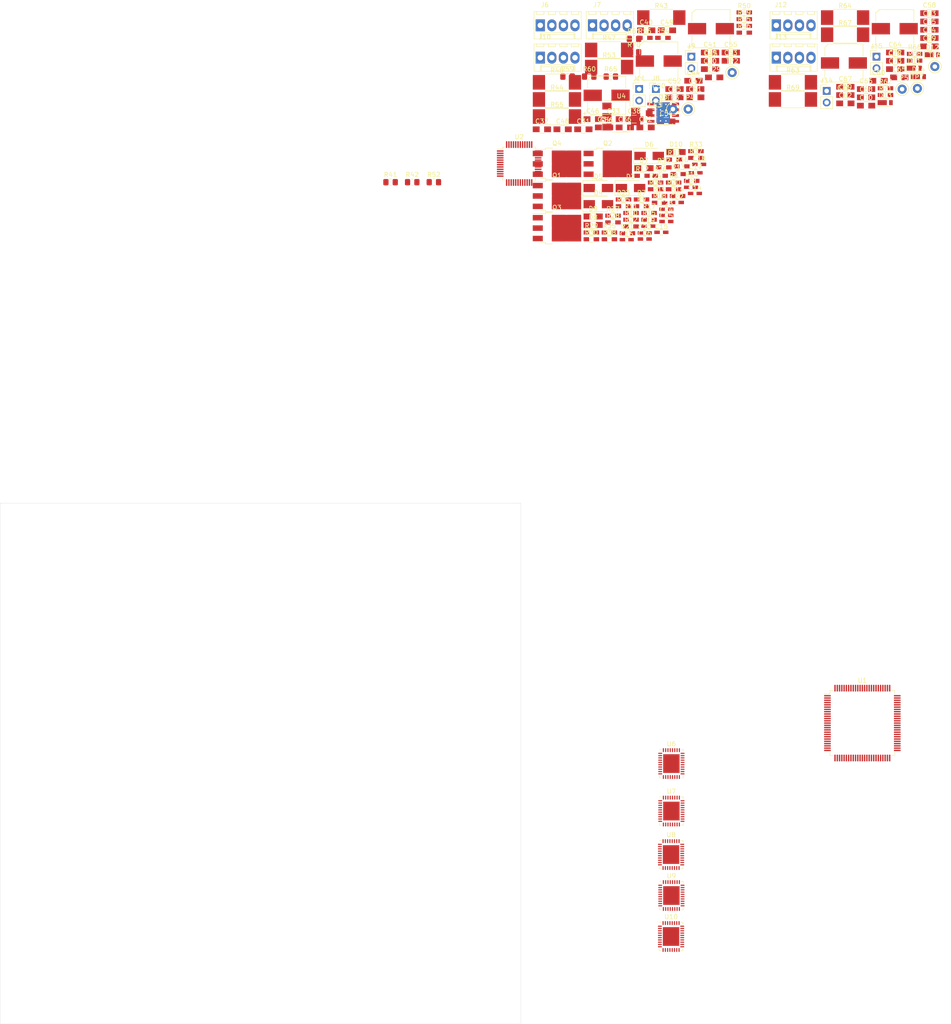
<source format=kicad_pcb>
(kicad_pcb (version 20171130) (host pcbnew "(5.0.0)")
  (layers (0 F.Cu signal) (31 B.Cu signal) (34 B.Paste user) (35 F.Paste user) (36 B.SilkS user) (37 F.SilkS user) (38 B.Mask user) (39 F.Mask user) (44 Edge.Cuts user))
  (net 0 "")
  (net 1 +5V)
  (net 2 /Drivers/Y_DIAG)
  (net 3 /Drivers/X_DIAG)
  (net 4 /Drivers/DIAG_Z)
  (net 5 /Spare/X2_DIAG)
  (net 6 GND)
  (net 7 /Spare/DIAG_1_SPARE)
  (net 8 "Net-(U1-Pad10)")
  (net 9 "Net-(U1-Pad11)")
  (net 10 +3V3)
  (net 11 "Net-(J6-Pad1)")
  (net 12 "Net-(R47-Pad2)")
  (net 13 "Net-(J6-Pad2)")
  (net 14 +VDC)
  (net 15 "Net-(R45-Pad2)")
  (net 16 "Net-(C29-Pad2)")
  (net 17 "Net-(C35-Pad1)")
  (net 18 "Net-(C35-Pad2)")
  (net 19 "Net-(C33-Pad2)")
  (net 20 "Net-(J6-Pad3)")
  (net 21 "Net-(R43-Pad2)")
  (net 22 "Net-(J6-Pad4)")
  (net 23 "Net-(J8-Pad1)")
  (net 24 "Net-(J7-Pad1)")
  (net 25 "Net-(R48-Pad2)")
  (net 26 "Net-(J7-Pad2)")
  (net 27 "Net-(R46-Pad2)")
  (net 28 "Net-(C30-Pad2)")
  (net 29 "Net-(C36-Pad1)")
  (net 30 "Net-(C36-Pad2)")
  (net 31 "Net-(C34-Pad2)")
  (net 32 "Net-(J7-Pad3)")
  (net 33 "Net-(R44-Pad2)")
  (net 34 "Net-(J7-Pad4)")
  (net 35 "Net-(J9-Pad1)")
  (net 36 "Net-(J11-Pad1)")
  (net 37 "Net-(J10-Pad4)")
  (net 38 "Net-(R53-Pad2)")
  (net 39 "Net-(J10-Pad3)")
  (net 40 "Net-(C40-Pad2)")
  (net 41 "Net-(C51-Pad2)")
  (net 42 "Net-(C51-Pad1)")
  (net 43 "Net-(C38-Pad2)")
  (net 44 "Net-(R54-Pad2)")
  (net 45 "Net-(J10-Pad2)")
  (net 46 "Net-(R55-Pad2)")
  (net 47 "Net-(J10-Pad1)")
  (net 48 "Net-(D14-Pad1)")
  (net 49 "Net-(D13-Pad2)")
  (net 50 "Net-(D13-Pad1)")
  (net 51 "Net-(R62-Pad2)")
  (net 52 "Net-(C58-Pad2)")
  (net 53 "Net-(C65-Pad1)")
  (net 54 "Net-(C65-Pad2)")
  (net 55 "Net-(C60-Pad2)")
  (net 56 "Net-(D12-Pad1)")
  (net 57 "Net-(D11-Pad2)")
  (net 58 "Net-(D11-Pad1)")
  (net 59 "Net-(J14-Pad1)")
  (net 60 "Net-(J15-Pad1)")
  (net 61 "Net-(J13-Pad4)")
  (net 62 "Net-(R64-Pad2)")
  (net 63 "Net-(J13-Pad3)")
  (net 64 "Net-(C64-Pad2)")
  (net 65 "Net-(C66-Pad2)")
  (net 66 "Net-(C66-Pad1)")
  (net 67 "Net-(C62-Pad2)")
  (net 68 "Net-(R66-Pad2)")
  (net 69 "Net-(J13-Pad2)")
  (net 70 "Net-(R69-Pad2)")
  (net 71 "Net-(J13-Pad1)")
  (net 72 DIAG_0_SPARE)
  (net 73 "/Main Processor/~CS~_SPI_SPARE")
  (net 74 /Drivers/SCK_SPI)
  (net 75 /Drivers/SDI_SPI)
  (net 76 /Drivers/SDO_SPI)
  (net 77 "Net-(C14-Pad1)")
  (net 78 "Net-(C15-Pad1)")
  (net 79 "Net-(C16-Pad1)")
  (net 80 "Net-(C17-Pad1)")
  (net 81 "Net-(C18-Pad1)")
  (net 82 "Net-(C19-Pad1)")
  (net 83 "Net-(C20-Pad1)")
  (net 84 /peripherals/P_0_I)
  (net 85 /peripherals/P_1_I)
  (net 86 /peripherals/P_2_I)
  (net 87 "Net-(C24-Pad1)")
  (net 88 /peripherals/P_3_I)
  (net 89 "Net-(D3-Pad2)")
  (net 90 "Net-(D4-Pad2)")
  (net 91 "Net-(D5-Pad2)")
  (net 92 "Net-(D10-Pad1)")
  (net 93 "Net-(D7-Pad2)")
  (net 94 "Net-(D8-Pad2)")
  (net 95 "Net-(D9-Pad2)")
  (net 96 "Net-(D10-Pad2)")
  (net 97 /peripherals/P_0_SENSE)
  (net 98 "Net-(Q2-Pad3)")
  (net 99 "Net-(Q3-Pad3)")
  (net 100 "Net-(Q4-Pad3)")
  (net 101 "Net-(R26-Pad2)")
  (net 102 "Net-(R27-Pad2)")
  (net 103 "Net-(R28-Pad2)")
  (net 104 "Net-(R29-Pad1)")
  (net 105 "Net-(R30-Pad1)")
  (net 106 "Net-(R31-Pad1)")
  (net 107 "Net-(R36-Pad2)")
  (net 108 "Net-(R37-Pad1)")
  (module Resistor_SMD:R_0805_2012Metric_Pad1.15x1.40mm_HandSolder (layer F.Cu) (at 111.095001 -45.034999)
    (fp_text reference R41 (at 0 -1.65) (layer F.SilkS))
    (fp_text value R)
    (pad 1 smd roundrect (at -1.025 0) (size 1.15 1.4) (layers F.Cu F.Paste F.Mask) (roundrect_rratio 0.217391) (net 1 +5V))
    (pad 2 smd roundrect (at 1.025 0) (size 1.15 1.4) (layers F.Cu F.Paste F.Mask) (roundrect_rratio 0.217391) (net 2 /Drivers/Y_DIAG))
  )
  (module Resistor_SMD:R_0805_2012Metric_Pad1.15x1.40mm_HandSolder (layer F.Cu) (at 115.845001 -45.034999)
    (fp_text reference R42 (at 0 -1.65) (layer F.SilkS))
    (fp_text value R)
    (pad 1 smd roundrect (at -1.025 0) (size 1.15 1.4) (layers F.Cu F.Paste F.Mask) (roundrect_rratio 0.217391) (net 1 +5V))
    (pad 2 smd roundrect (at 1.025 0) (size 1.15 1.4) (layers F.Cu F.Paste F.Mask) (roundrect_rratio 0.217391) (net 3 /Drivers/X_DIAG))
  )
  (module Resistor_SMD:R_0805_2012Metric_Pad1.15x1.40mm_HandSolder (layer F.Cu) (at 120.595001 -45.034999)
    (fp_text reference R52 (at 0 -1.65) (layer F.SilkS))
    (fp_text value R)
    (pad 2 smd roundrect (at 1.025 0) (size 1.15 1.4) (layers F.Cu F.Paste F.Mask) (roundrect_rratio 0.217391) (net 4 /Drivers/DIAG_Z))
    (pad 1 smd roundrect (at -1.025 0) (size 1.15 1.4) (layers F.Cu F.Paste F.Mask) (roundrect_rratio 0.217391) (net 1 +5V))
  )
  (module Resistor_SMD:R_0805_2012Metric_Pad1.15x1.40mm_HandSolder (layer F.Cu) (at 149.935001 -68.204999)
    (fp_text reference R59 (at 0 -1.65) (layer F.SilkS))
    (fp_text value R)
    (pad 1 smd roundrect (at -1.025 0) (size 1.15 1.4) (layers F.Cu F.Paste F.Mask) (roundrect_rratio 0.217391) (net 1 +5V))
    (pad 2 smd roundrect (at 1.025 0) (size 1.15 1.4) (layers F.Cu F.Paste F.Mask) (roundrect_rratio 0.217391) (net 5 /Spare/X2_DIAG))
  )
  (module Resistor_SMD:R_0805_2012Metric_Pad1.15x1.40mm_HandSolder (layer F.Cu) (at 154.685001 -68.204999)
    (fp_text reference R60 (at 0 -1.65) (layer F.SilkS))
    (fp_text value R)
    (pad 2 smd roundrect (at 1.025 0) (size 1.15 1.4) (layers F.Cu F.Paste F.Mask) (roundrect_rratio 0.217391) (net 72 DIAG_0_SPARE))
    (pad 1 smd roundrect (at -1.025 0) (size 1.15 1.4) (layers F.Cu F.Paste F.Mask) (roundrect_rratio 0.217391) (net 1 +5V))
  )
  (module Resistor_SMD:R_0805_2012Metric_Pad1.15x1.40mm_HandSolder (layer F.Cu) (at 164.515001 -76.494999)
    (fp_text reference R61 (at 0 -1.65) (layer F.SilkS))
    (fp_text value R)
    (pad 2 smd roundrect (at 1.025 0) (size 1.15 1.4) (layers F.Cu F.Paste F.Mask) (roundrect_rratio 0.217391) (net 6 GND))
    (pad 1 smd roundrect (at -1.025 0) (size 1.15 1.4) (layers F.Cu F.Paste F.Mask) (roundrect_rratio 0.217391) (net 72 DIAG_0_SPARE))
  )
  (module Resistor_SMD:R_0805_2012Metric_Pad1.15x1.40mm_HandSolder (layer F.Cu) (at 159.435001 -68.204999)
    (fp_text reference R65 (at 0 -1.65) (layer F.SilkS))
    (fp_text value R)
    (pad 2 smd roundrect (at 1.025 0) (size 1.15 1.4) (layers F.Cu F.Paste F.Mask) (roundrect_rratio 0.217391) (net 7 /Spare/DIAG_1_SPARE))
    (pad 1 smd roundrect (at -1.025 0) (size 1.15 1.4) (layers F.Cu F.Paste F.Mask) (roundrect_rratio 0.217391) (net 1 +5V))
  )
  (module Resistor_SMD:R_0805_2012Metric_Pad1.15x1.40mm_HandSolder (layer F.Cu) (at 164.515001 -73.544999)
    (fp_text reference R70 (at 0 -1.65) (layer F.SilkS))
    (fp_text value R)
    (pad 1 smd roundrect (at -1.025 0) (size 1.15 1.4) (layers F.Cu F.Paste F.Mask) (roundrect_rratio 0.217391) (net 7 /Spare/DIAG_1_SPARE))
    (pad 2 smd roundrect (at 1.025 0) (size 1.15 1.4) (layers F.Cu F.Paste F.Mask) (roundrect_rratio 0.217391) (net 6 GND))
  )
  (module Package_QFP:TQFP-100_14x14mm_P0.5mm (layer F.Cu) (at 214.63 73.66)
    (fp_text reference U1 (at 0 -9.35) (layer F.SilkS))
    (fp_text value ATmega2560-16AU)
    (pad 1 smd roundrect (at -7.6625 -6) (size 1.475 0.3) (layers F.Cu F.Paste F.Mask))
    (pad 2 smd roundrect (at -7.6625 -5.5) (size 1.475 0.3) (layers F.Cu F.Paste F.Mask))
    (pad 3 smd roundrect (at -7.6625 -5) (size 1.475 0.3) (layers F.Cu F.Paste F.Mask))
    (pad 4 smd roundrect (at -7.6625 -4.5) (size 1.475 0.3) (layers F.Cu F.Paste F.Mask))
    (pad 5 smd roundrect (at -7.6625 -4) (size 1.475 0.3) (layers F.Cu F.Paste F.Mask))
    (pad 6 smd roundrect (at -7.6625 -3.5) (size 1.475 0.3) (layers F.Cu F.Paste F.Mask))
    (pad 7 smd roundrect (at -7.6625 -3) (size 1.475 0.3) (layers F.Cu F.Paste F.Mask))
    (pad 8 smd roundrect (at -7.6625 -2.5) (size 1.475 0.3) (layers F.Cu F.Paste F.Mask))
    (pad 9 smd roundrect (at -7.6625 -2) (size 1.475 0.3) (layers F.Cu F.Paste F.Mask))
    (pad 10 smd roundrect (at -7.6625 -1.5) (size 1.475 0.3) (layers F.Cu F.Paste F.Mask) (net 8 "Net-(U1-Pad10)"))
    (pad 11 smd roundrect (at -7.6625 -1) (size 1.475 0.3) (layers F.Cu F.Paste F.Mask) (net 9 "Net-(U1-Pad11)"))
    (pad 12 smd roundrect (at -7.6625 -0.5) (size 1.475 0.3) (layers F.Cu F.Paste F.Mask))
    (pad 13 smd roundrect (at -7.6625 0) (size 1.475 0.3) (layers F.Cu F.Paste F.Mask))
    (pad 14 smd roundrect (at -7.6625 0.5) (size 1.475 0.3) (layers F.Cu F.Paste F.Mask))
    (pad 15 smd roundrect (at -7.6625 1) (size 1.475 0.3) (layers F.Cu F.Paste F.Mask))
    (pad 16 smd roundrect (at -7.6625 1.5) (size 1.475 0.3) (layers F.Cu F.Paste F.Mask))
    (pad 17 smd roundrect (at -7.6625 2) (size 1.475 0.3) (layers F.Cu F.Paste F.Mask))
    (pad 18 smd roundrect (at -7.6625 2.5) (size 1.475 0.3) (layers F.Cu F.Paste F.Mask))
    (pad 19 smd roundrect (at -7.6625 3) (size 1.475 0.3) (layers F.Cu F.Paste F.Mask))
    (pad 20 smd roundrect (at -7.6625 3.5) (size 1.475 0.3) (layers F.Cu F.Paste F.Mask) (net 73 "/Main Processor/~CS~_SPI_SPARE"))
    (pad 21 smd roundrect (at -7.6625 4) (size 1.475 0.3) (layers F.Cu F.Paste F.Mask) (net 74 /Drivers/SCK_SPI))
    (pad 22 smd roundrect (at -7.6625 4.5) (size 1.475 0.3) (layers F.Cu F.Paste F.Mask) (net 75 /Drivers/SDI_SPI))
    (pad 23 smd roundrect (at -7.6625 5) (size 1.475 0.3) (layers F.Cu F.Paste F.Mask) (net 76 /Drivers/SDO_SPI))
    (pad 24 smd roundrect (at -7.6625 5.5) (size 1.475 0.3) (layers F.Cu F.Paste F.Mask))
    (pad 25 smd roundrect (at -7.6625 6) (size 1.475 0.3) (layers F.Cu F.Paste F.Mask))
    (pad 26 smd roundrect (at -6 7.6625) (size 0.3 1.475) (layers F.Cu F.Paste F.Mask))
    (pad 27 smd roundrect (at -5.5 7.6625) (size 0.3 1.475) (layers F.Cu F.Paste F.Mask))
    (pad 28 smd roundrect (at -5 7.6625) (size 0.3 1.475) (layers F.Cu F.Paste F.Mask))
    (pad 29 smd roundrect (at -4.5 7.6625) (size 0.3 1.475) (layers F.Cu F.Paste F.Mask))
    (pad 30 smd roundrect (at -4 7.6625) (size 0.3 1.475) (layers F.Cu F.Paste F.Mask))
    (pad 31 smd roundrect (at -3.5 7.6625) (size 0.3 1.475) (layers F.Cu F.Paste F.Mask) (net 8 "Net-(U1-Pad10)"))
    (pad 32 smd roundrect (at -3 7.6625) (size 0.3 1.475) (layers F.Cu F.Paste F.Mask) (net 9 "Net-(U1-Pad11)"))
    (pad 33 smd roundrect (at -2.5 7.6625) (size 0.3 1.475) (layers F.Cu F.Paste F.Mask))
    (pad 34 smd roundrect (at -2 7.6625) (size 0.3 1.475) (layers F.Cu F.Paste F.Mask))
    (pad 35 smd roundrect (at -1.5 7.6625) (size 0.3 1.475) (layers F.Cu F.Paste F.Mask))
    (pad 36 smd roundrect (at -1 7.6625) (size 0.3 1.475) (layers F.Cu F.Paste F.Mask))
    (pad 37 smd roundrect (at -0.5 7.6625) (size 0.3 1.475) (layers F.Cu F.Paste F.Mask))
    (pad 38 smd roundrect (at 0 7.6625) (size 0.3 1.475) (layers F.Cu F.Paste F.Mask))
    (pad 39 smd roundrect (at 0.5 7.6625) (size 0.3 1.475) (layers F.Cu F.Paste F.Mask))
    (pad 40 smd roundrect (at 1 7.6625) (size 0.3 1.475) (layers F.Cu F.Paste F.Mask))
    (pad 41 smd roundrect (at 1.5 7.6625) (size 0.3 1.475) (layers F.Cu F.Paste F.Mask))
    (pad 42 smd roundrect (at 2 7.6625) (size 0.3 1.475) (layers F.Cu F.Paste F.Mask))
    (pad 43 smd roundrect (at 2.5 7.6625) (size 0.3 1.475) (layers F.Cu F.Paste F.Mask))
    (pad 44 smd roundrect (at 3 7.6625) (size 0.3 1.475) (layers F.Cu F.Paste F.Mask))
    (pad 45 smd roundrect (at 3.5 7.6625) (size 0.3 1.475) (layers F.Cu F.Paste F.Mask))
    (pad 46 smd roundrect (at 4 7.6625) (size 0.3 1.475) (layers F.Cu F.Paste F.Mask))
    (pad 47 smd roundrect (at 4.5 7.6625) (size 0.3 1.475) (layers F.Cu F.Paste F.Mask))
    (pad 48 smd roundrect (at 5 7.6625) (size 0.3 1.475) (layers F.Cu F.Paste F.Mask))
    (pad 49 smd roundrect (at 5.5 7.6625) (size 0.3 1.475) (layers F.Cu F.Paste F.Mask))
    (pad 50 smd roundrect (at 6 7.6625) (size 0.3 1.475) (layers F.Cu F.Paste F.Mask))
    (pad 51 smd roundrect (at 7.6625 6) (size 1.475 0.3) (layers F.Cu F.Paste F.Mask))
    (pad 52 smd roundrect (at 7.6625 5.5) (size 1.475 0.3) (layers F.Cu F.Paste F.Mask))
    (pad 53 smd roundrect (at 7.6625 5) (size 1.475 0.3) (layers F.Cu F.Paste F.Mask))
    (pad 54 smd roundrect (at 7.6625 4.5) (size 1.475 0.3) (layers F.Cu F.Paste F.Mask))
    (pad 55 smd roundrect (at 7.6625 4) (size 1.475 0.3) (layers F.Cu F.Paste F.Mask))
    (pad 56 smd roundrect (at 7.6625 3.5) (size 1.475 0.3) (layers F.Cu F.Paste F.Mask))
    (pad 57 smd roundrect (at 7.6625 3) (size 1.475 0.3) (layers F.Cu F.Paste F.Mask))
    (pad 58 smd roundrect (at 7.6625 2.5) (size 1.475 0.3) (layers F.Cu F.Paste F.Mask))
    (pad 59 smd roundrect (at 7.6625 2) (size 1.475 0.3) (layers F.Cu F.Paste F.Mask))
    (pad 60 smd roundrect (at 7.6625 1.5) (size 1.475 0.3) (layers F.Cu F.Paste F.Mask))
    (pad 61 smd roundrect (at 7.6625 1) (size 1.475 0.3) (layers F.Cu F.Paste F.Mask) (net 8 "Net-(U1-Pad10)"))
    (pad 62 smd roundrect (at 7.6625 0.5) (size 1.475 0.3) (layers F.Cu F.Paste F.Mask) (net 9 "Net-(U1-Pad11)"))
    (pad 63 smd roundrect (at 7.6625 0) (size 1.475 0.3) (layers F.Cu F.Paste F.Mask))
    (pad 64 smd roundrect (at 7.6625 -0.5) (size 1.475 0.3) (layers F.Cu F.Paste F.Mask))
    (pad 65 smd roundrect (at 7.6625 -1) (size 1.475 0.3) (layers F.Cu F.Paste F.Mask))
    (pad 66 smd roundrect (at 7.6625 -1.5) (size 1.475 0.3) (layers F.Cu F.Paste F.Mask))
    (pad 67 smd roundrect (at 7.6625 -2) (size 1.475 0.3) (layers F.Cu F.Paste F.Mask))
    (pad 68 smd roundrect (at 7.6625 -2.5) (size 1.475 0.3) (layers F.Cu F.Paste F.Mask))
    (pad 69 smd roundrect (at 7.6625 -3) (size 1.475 0.3) (layers F.Cu F.Paste F.Mask))
    (pad 70 smd roundrect (at 7.6625 -3.5) (size 1.475 0.3) (layers F.Cu F.Paste F.Mask))
    (pad 71 smd roundrect (at 7.6625 -4) (size 1.475 0.3) (layers F.Cu F.Paste F.Mask))
    (pad 72 smd roundrect (at 7.6625 -4.5) (size 1.475 0.3) (layers F.Cu F.Paste F.Mask))
    (pad 73 smd roundrect (at 7.6625 -5) (size 1.475 0.3) (layers F.Cu F.Paste F.Mask))
    (pad 74 smd roundrect (at 7.6625 -5.5) (size 1.475 0.3) (layers F.Cu F.Paste F.Mask))
    (pad 75 smd roundrect (at 7.6625 -6) (size 1.475 0.3) (layers F.Cu F.Paste F.Mask))
    (pad 76 smd roundrect (at 6 -7.6625) (size 0.3 1.475) (layers F.Cu F.Paste F.Mask))
    (pad 77 smd roundrect (at 5.5 -7.6625) (size 0.3 1.475) (layers F.Cu F.Paste F.Mask))
    (pad 78 smd roundrect (at 5 -7.6625) (size 0.3 1.475) (layers F.Cu F.Paste F.Mask))
    (pad 79 smd roundrect (at 4.5 -7.6625) (size 0.3 1.475) (layers F.Cu F.Paste F.Mask))
    (pad 80 smd roundrect (at 4 -7.6625) (size 0.3 1.475) (layers F.Cu F.Paste F.Mask) (net 8 "Net-(U1-Pad10)"))
    (pad 81 smd roundrect (at 3.5 -7.6625) (size 0.3 1.475) (layers F.Cu F.Paste F.Mask) (net 9 "Net-(U1-Pad11)"))
    (pad 82 smd roundrect (at 3 -7.6625) (size 0.3 1.475) (layers F.Cu F.Paste F.Mask))
    (pad 83 smd roundrect (at 2.5 -7.6625) (size 0.3 1.475) (layers F.Cu F.Paste F.Mask))
    (pad 84 smd roundrect (at 2 -7.6625) (size 0.3 1.475) (layers F.Cu F.Paste F.Mask))
    (pad 85 smd roundrect (at 1.5 -7.6625) (size 0.3 1.475) (layers F.Cu F.Paste F.Mask))
    (pad 86 smd roundrect (at 1 -7.6625) (size 0.3 1.475) (layers F.Cu F.Paste F.Mask))
    (pad 87 smd roundrect (at 0.5 -7.6625) (size 0.3 1.475) (layers F.Cu F.Paste F.Mask))
    (pad 88 smd roundrect (at 0 -7.6625) (size 0.3 1.475) (layers F.Cu F.Paste F.Mask))
    (pad 89 smd roundrect (at -0.5 -7.6625) (size 0.3 1.475) (layers F.Cu F.Paste F.Mask))
    (pad 90 smd roundrect (at -1 -7.6625) (size 0.3 1.475) (layers F.Cu F.Paste F.Mask))
    (pad 91 smd roundrect (at -1.5 -7.6625) (size 0.3 1.475) (layers F.Cu F.Paste F.Mask))
    (pad 92 smd roundrect (at -2 -7.6625) (size 0.3 1.475) (layers F.Cu F.Paste F.Mask))
    (pad 93 smd roundrect (at -2.5 -7.6625) (size 0.3 1.475) (layers F.Cu F.Paste F.Mask))
    (pad 94 smd roundrect (at -3 -7.6625) (size 0.3 1.475) (layers F.Cu F.Paste F.Mask))
    (pad 95 smd roundrect (at -3.5 -7.6625) (size 0.3 1.475) (layers F.Cu F.Paste F.Mask))
    (pad 96 smd roundrect (at -4 -7.6625) (size 0.3 1.475) (layers F.Cu F.Paste F.Mask))
    (pad 97 smd roundrect (at -4.5 -7.6625) (size 0.3 1.475) (layers F.Cu F.Paste F.Mask))
    (pad 98 smd roundrect (at -5 -7.6625) (size 0.3 1.475) (layers F.Cu F.Paste F.Mask))
    (pad 99 smd roundrect (at -5.5 -7.6625) (size 0.3 1.475) (layers F.Cu F.Paste F.Mask) (net 9 "Net-(U1-Pad11)"))
    (pad 100 smd roundrect (at -6 -7.6625) (size 0.3 1.475) (layers F.Cu F.Paste F.Mask))
  )
  (module Package_QFP:LQFP-48_7x7mm_P0.5mm (layer F.Cu) (at 139.315001 -49.124999)
    (fp_text reference U2 (at 0 -5.85) (layer F.SilkS))
    (fp_text value STM32F303CBTx)
    (pad 1 smd roundrect (at -4.1625 -2.75) (size 1.475 0.3) (layers F.Cu F.Paste F.Mask))
    (pad 2 smd roundrect (at -4.1625 -2.25) (size 1.475 0.3) (layers F.Cu F.Paste F.Mask))
    (pad 3 smd roundrect (at -4.1625 -1.75) (size 1.475 0.3) (layers F.Cu F.Paste F.Mask))
    (pad 4 smd roundrect (at -4.1625 -1.25) (size 1.475 0.3) (layers F.Cu F.Paste F.Mask))
    (pad 5 smd roundrect (at -4.1625 -0.75) (size 1.475 0.3) (layers F.Cu F.Paste F.Mask))
    (pad 6 smd roundrect (at -4.1625 -0.25) (size 1.475 0.3) (layers F.Cu F.Paste F.Mask))
    (pad 7 smd roundrect (at -4.1625 0.25) (size 1.475 0.3) (layers F.Cu F.Paste F.Mask))
    (pad 8 smd roundrect (at -4.1625 0.75) (size 1.475 0.3) (layers F.Cu F.Paste F.Mask))
    (pad 9 smd roundrect (at -4.1625 1.25) (size 1.475 0.3) (layers F.Cu F.Paste F.Mask))
    (pad 10 smd roundrect (at -4.1625 1.75) (size 1.475 0.3) (layers F.Cu F.Paste F.Mask))
    (pad 11 smd roundrect (at -4.1625 2.25) (size 1.475 0.3) (layers F.Cu F.Paste F.Mask))
    (pad 12 smd roundrect (at -4.1625 2.75) (size 1.475 0.3) (layers F.Cu F.Paste F.Mask))
    (pad 13 smd roundrect (at -2.75 4.1625) (size 0.3 1.475) (layers F.Cu F.Paste F.Mask))
    (pad 14 smd roundrect (at -2.25 4.1625) (size 0.3 1.475) (layers F.Cu F.Paste F.Mask))
    (pad 15 smd roundrect (at -1.75 4.1625) (size 0.3 1.475) (layers F.Cu F.Paste F.Mask))
    (pad 16 smd roundrect (at -1.25 4.1625) (size 0.3 1.475) (layers F.Cu F.Paste F.Mask))
    (pad 17 smd roundrect (at -0.75 4.1625) (size 0.3 1.475) (layers F.Cu F.Paste F.Mask))
    (pad 18 smd roundrect (at -0.25 4.1625) (size 0.3 1.475) (layers F.Cu F.Paste F.Mask))
    (pad 19 smd roundrect (at 0.25 4.1625) (size 0.3 1.475) (layers F.Cu F.Paste F.Mask))
    (pad 20 smd roundrect (at 0.75 4.1625) (size 0.3 1.475) (layers F.Cu F.Paste F.Mask))
    (pad 21 smd roundrect (at 1.25 4.1625) (size 0.3 1.475) (layers F.Cu F.Paste F.Mask))
    (pad 22 smd roundrect (at 1.75 4.1625) (size 0.3 1.475) (layers F.Cu F.Paste F.Mask))
    (pad 23 smd roundrect (at 2.25 4.1625) (size 0.3 1.475) (layers F.Cu F.Paste F.Mask))
    (pad 24 smd roundrect (at 2.75 4.1625) (size 0.3 1.475) (layers F.Cu F.Paste F.Mask))
    (pad 25 smd roundrect (at 4.1625 2.75) (size 1.475 0.3) (layers F.Cu F.Paste F.Mask))
    (pad 26 smd roundrect (at 4.1625 2.25) (size 1.475 0.3) (layers F.Cu F.Paste F.Mask))
    (pad 27 smd roundrect (at 4.1625 1.75) (size 1.475 0.3) (layers F.Cu F.Paste F.Mask))
    (pad 28 smd roundrect (at 4.1625 1.25) (size 1.475 0.3) (layers F.Cu F.Paste F.Mask))
    (pad 29 smd roundrect (at 4.1625 0.75) (size 1.475 0.3) (layers F.Cu F.Paste F.Mask))
    (pad 30 smd roundrect (at 4.1625 0.25) (size 1.475 0.3) (layers F.Cu F.Paste F.Mask))
    (pad 31 smd roundrect (at 4.1625 -0.25) (size 1.475 0.3) (layers F.Cu F.Paste F.Mask))
    (pad 32 smd roundrect (at 4.1625 -0.75) (size 1.475 0.3) (layers F.Cu F.Paste F.Mask))
    (pad 33 smd roundrect (at 4.1625 -1.25) (size 1.475 0.3) (layers F.Cu F.Paste F.Mask))
    (pad 34 smd roundrect (at 4.1625 -1.75) (size 1.475 0.3) (layers F.Cu F.Paste F.Mask))
    (pad 35 smd roundrect (at 4.1625 -2.25) (size 1.475 0.3) (layers F.Cu F.Paste F.Mask))
    (pad 36 smd roundrect (at 4.1625 -2.75) (size 1.475 0.3) (layers F.Cu F.Paste F.Mask))
    (pad 37 smd roundrect (at 2.75 -4.1625) (size 0.3 1.475) (layers F.Cu F.Paste F.Mask))
    (pad 38 smd roundrect (at 2.25 -4.1625) (size 0.3 1.475) (layers F.Cu F.Paste F.Mask))
    (pad 39 smd roundrect (at 1.75 -4.1625) (size 0.3 1.475) (layers F.Cu F.Paste F.Mask))
    (pad 40 smd roundrect (at 1.25 -4.1625) (size 0.3 1.475) (layers F.Cu F.Paste F.Mask))
    (pad 41 smd roundrect (at 0.75 -4.1625) (size 0.3 1.475) (layers F.Cu F.Paste F.Mask))
    (pad 42 smd roundrect (at 0.25 -4.1625) (size 0.3 1.475) (layers F.Cu F.Paste F.Mask))
    (pad 43 smd roundrect (at -0.25 -4.1625) (size 0.3 1.475) (layers F.Cu F.Paste F.Mask))
    (pad 44 smd roundrect (at -0.75 -4.1625) (size 0.3 1.475) (layers F.Cu F.Paste F.Mask))
    (pad 45 smd roundrect (at -1.25 -4.1625) (size 0.3 1.475) (layers F.Cu F.Paste F.Mask))
    (pad 46 smd roundrect (at -1.75 -4.1625) (size 0.3 1.475) (layers F.Cu F.Paste F.Mask))
    (pad 47 smd roundrect (at -2.25 -4.1625) (size 0.3 1.475) (layers F.Cu F.Paste F.Mask))
    (pad 48 smd roundrect (at -2.75 -4.1625) (size 0.3 1.475) (layers F.Cu F.Paste F.Mask))
  )
  (module Package_SO:TI_SO-PowerPAD-8_ThermalVias (layer F.Cu) (at 170.925001 -60.294999)
    (fp_text reference U3 (at 0 -3.5) (layer F.SilkS))
    (fp_text value TPS5431DDA)
    (pad 9 smd rect (at 0 0) (size 2.6 3.1) (layers F.Cu F.Paste F.Mask) (net 6 GND))
    (pad 9 smd rect (at 0 0) (size 2.95 4.5) (layers F.Cu) (net 6 GND))
    (pad 1 smd rect (at -2.7 -1.905) (size 1.55 0.6) (layers F.Cu F.Paste F.Mask))
    (pad 2 smd rect (at -2.7 -0.635) (size 1.55 0.6) (layers F.Cu F.Paste F.Mask))
    (pad 3 smd rect (at -2.7 0.635) (size 1.55 0.6) (layers F.Cu F.Paste F.Mask))
    (pad 4 smd rect (at -2.7 1.905) (size 1.55 0.6) (layers F.Cu F.Paste F.Mask))
    (pad 5 smd rect (at 2.7 1.905) (size 1.55 0.6) (layers F.Cu F.Paste F.Mask))
    (pad 6 smd rect (at 2.7 0.635) (size 1.55 0.6) (layers F.Cu F.Paste F.Mask) (net 6 GND))
    (pad 7 smd rect (at 2.7 -0.635) (size 1.55 0.6) (layers F.Cu F.Paste F.Mask))
    (pad 8 smd rect (at 2.7 -1.905) (size 1.55 0.6) (layers F.Cu F.Paste F.Mask))
    (pad 9 smd rect (at 0 0) (size 2.95 4.5) (layers B.Cu) (net 6 GND))
    (pad 9 thru_hole circle (at -0.6 -1.8) (size 0.6 0.6) (drill 0.3) (layers *.Cu) (net 6 GND))
    (pad 9 thru_hole circle (at -0.6 -0.6) (size 0.6 0.6) (drill 0.3) (layers *.Cu) (net 6 GND))
    (pad 9 thru_hole circle (at 0.6 -0.6) (size 0.6 0.6) (drill 0.3) (layers *.Cu) (net 6 GND))
    (pad 9 thru_hole circle (at 0.6 -1.8) (size 0.6 0.6) (drill 0.3) (layers *.Cu) (net 6 GND))
    (pad 9 thru_hole circle (at -0.6 1.8) (size 0.6 0.6) (drill 0.3) (layers *.Cu) (net 6 GND))
    (pad 9 thru_hole circle (at -0.6 0.7) (size 0.6 0.6) (drill 0.3) (layers *.Cu) (net 6 GND))
    (pad 9 thru_hole circle (at 0.6 0.7) (size 0.6 0.6) (drill 0.3) (layers *.Cu) (net 6 GND))
    (pad 9 thru_hole circle (at 0.6 1.8) (size 0.6 0.6) (drill 0.3) (layers *.Cu) (net 6 GND))
  )
  (module Package_TO_SOT_SMD:SOT-223-3_TabPin2 (layer F.Cu) (at 161.725001 -59.444999)
    (fp_text reference U4 (at 0 -4.5) (layer F.SilkS))
    (fp_text value AMS1117-3.3)
    (pad 2 smd rect (at 3.15 0) (size 2 3.8) (layers F.Cu F.Paste F.Mask) (net 10 +3V3))
    (pad 2 smd rect (at -3.15 0) (size 2 1.5) (layers F.Cu F.Paste F.Mask) (net 10 +3V3))
    (pad 3 smd rect (at -3.15 2.3) (size 2 1.5) (layers F.Cu F.Paste F.Mask) (net 1 +5V))
    (pad 1 smd rect (at -3.15 -2.3) (size 2 1.5) (layers F.Cu F.Paste F.Mask) (net 6 GND))
  )
  (module Package_DFN_QFN:QFN-36-1EP_5x6mm_P0.5mm_EP3.6x4.1mm (layer F.Cu) (at 172.72 82.55)
    (fp_text reference U6 (at 0 -4.32) (layer F.SilkS))
    (fp_text value TMC2130-LA)
    (pad 1 smd roundrect (at -2.45 -2.25) (size 0.85 0.25) (layers F.Cu F.Paste F.Mask) (net 6 GND))
    (pad 2 smd roundrect (at -2.45 -1.75) (size 0.85 0.25) (layers F.Cu F.Paste F.Mask))
    (pad 3 smd roundrect (at -2.45 -1.25) (size 0.85 0.25) (layers F.Cu F.Paste F.Mask) (net 74 /Drivers/SCK_SPI))
    (pad 4 smd roundrect (at -2.45 -0.75) (size 0.85 0.25) (layers F.Cu F.Paste F.Mask) (net 75 /Drivers/SDI_SPI))
    (pad 5 smd roundrect (at -2.45 -0.25) (size 0.85 0.25) (layers F.Cu F.Paste F.Mask) (net 76 /Drivers/SDO_SPI))
    (pad 6 smd roundrect (at -2.45 0.25) (size 0.85 0.25) (layers F.Cu F.Paste F.Mask))
    (pad 7 smd roundrect (at -2.45 0.75) (size 0.85 0.25) (layers F.Cu F.Paste F.Mask))
    (pad 8 smd roundrect (at -2.45 1.25) (size 0.85 0.25) (layers F.Cu F.Paste F.Mask) (net 1 +5V))
    (pad 9 smd roundrect (at -2.45 1.75) (size 0.85 0.25) (layers F.Cu F.Paste F.Mask))
    (pad 10 smd roundrect (at -2.45 2.25) (size 0.85 0.25) (layers F.Cu F.Paste F.Mask))
    (pad 11 smd roundrect (at -1.75 2.95) (size 0.25 0.85) (layers F.Cu F.Paste F.Mask) (net 6 GND))
    (pad 12 smd roundrect (at -1.25 2.95) (size 0.25 0.85) (layers F.Cu F.Paste F.Mask) (net 6 GND))
    (pad 13 smd roundrect (at -0.75 2.95) (size 0.25 0.85) (layers F.Cu F.Paste F.Mask) (net 11 "Net-(J6-Pad1)"))
    (pad 14 smd roundrect (at -0.25 2.95) (size 0.25 0.85) (layers F.Cu F.Paste F.Mask) (net 12 "Net-(R47-Pad2)"))
    (pad 15 smd roundrect (at 0.25 2.95) (size 0.25 0.85) (layers F.Cu F.Paste F.Mask) (net 13 "Net-(J6-Pad2)"))
    (pad 16 smd roundrect (at 0.75 2.95) (size 0.25 0.85) (layers F.Cu F.Paste F.Mask) (net 14 +VDC))
    (pad 17 smd roundrect (at 1.25 2.95) (size 0.25 0.85) (layers F.Cu F.Paste F.Mask))
    (pad 18 smd roundrect (at 1.75 2.95) (size 0.25 0.85) (layers F.Cu F.Paste F.Mask) (net 6 GND))
    (pad 19 smd roundrect (at 2.45 2.25) (size 0.85 0.25) (layers F.Cu F.Paste F.Mask))
    (pad 20 smd roundrect (at 2.45 1.75) (size 0.85 0.25) (layers F.Cu F.Paste F.Mask) (net 2 /Drivers/Y_DIAG))
    (pad 21 smd roundrect (at 2.45 1.25) (size 0.85 0.25) (layers F.Cu F.Paste F.Mask) (net 2 /Drivers/Y_DIAG))
    (pad 22 smd roundrect (at 2.45 0.75) (size 0.85 0.25) (layers F.Cu F.Paste F.Mask))
    (pad 23 smd roundrect (at 2.45 0.25) (size 0.85 0.25) (layers F.Cu F.Paste F.Mask) (net 15 "Net-(R45-Pad2)"))
    (pad 24 smd roundrect (at 2.45 -0.25) (size 0.85 0.25) (layers F.Cu F.Paste F.Mask) (net 6 GND))
    (pad 25 smd roundrect (at 2.45 -0.75) (size 0.85 0.25) (layers F.Cu F.Paste F.Mask) (net 16 "Net-(C29-Pad2)"))
    (pad 26 smd roundrect (at 2.45 -1.25) (size 0.85 0.25) (layers F.Cu F.Paste F.Mask) (net 1 +5V))
    (pad 27 smd roundrect (at 2.45 -1.75) (size 0.85 0.25) (layers F.Cu F.Paste F.Mask) (net 17 "Net-(C35-Pad1)"))
    (pad 28 smd roundrect (at 2.45 -2.25) (size 0.85 0.25) (layers F.Cu F.Paste F.Mask) (net 18 "Net-(C35-Pad2)"))
    (pad 29 smd roundrect (at 1.75 -2.95) (size 0.25 0.85) (layers F.Cu F.Paste F.Mask) (net 19 "Net-(C33-Pad2)"))
    (pad 30 smd roundrect (at 1.25 -2.95) (size 0.25 0.85) (layers F.Cu F.Paste F.Mask))
    (pad 31 smd roundrect (at 0.75 -2.95) (size 0.25 0.85) (layers F.Cu F.Paste F.Mask) (net 14 +VDC))
    (pad 32 smd roundrect (at 0.25 -2.95) (size 0.25 0.85) (layers F.Cu F.Paste F.Mask) (net 20 "Net-(J6-Pad3)"))
    (pad 33 smd roundrect (at -0.25 -2.95) (size 0.25 0.85) (layers F.Cu F.Paste F.Mask) (net 21 "Net-(R43-Pad2)"))
    (pad 34 smd roundrect (at -0.75 -2.95) (size 0.25 0.85) (layers F.Cu F.Paste F.Mask) (net 22 "Net-(J6-Pad4)"))
    (pad 35 smd roundrect (at -1.25 -2.95) (size 0.25 0.85) (layers F.Cu F.Paste F.Mask) (net 6 GND))
    (pad 36 smd roundrect (at -1.75 -2.95) (size 0.25 0.85) (layers F.Cu F.Paste F.Mask) (net 23 "Net-(J8-Pad1)"))
    (pad 37 smd rect (at 0 0) (size 3.6 4.1) (layers F.Cu F.Mask) (net 6 GND))
  )
  (module Package_DFN_QFN:QFN-36-1EP_5x6mm_P0.5mm_EP3.6x4.1mm (layer F.Cu) (at 172.72 92.964)
    (fp_text reference U7 (at 0 -4.32) (layer F.SilkS))
    (fp_text value TMC2130-LA)
    (pad 1 smd roundrect (at -2.45 -2.25) (size 0.85 0.25) (layers F.Cu F.Paste F.Mask) (net 6 GND))
    (pad 2 smd roundrect (at -2.45 -1.75) (size 0.85 0.25) (layers F.Cu F.Paste F.Mask))
    (pad 3 smd roundrect (at -2.45 -1.25) (size 0.85 0.25) (layers F.Cu F.Paste F.Mask) (net 74 /Drivers/SCK_SPI))
    (pad 4 smd roundrect (at -2.45 -0.75) (size 0.85 0.25) (layers F.Cu F.Paste F.Mask) (net 75 /Drivers/SDI_SPI))
    (pad 5 smd roundrect (at -2.45 -0.25) (size 0.85 0.25) (layers F.Cu F.Paste F.Mask) (net 76 /Drivers/SDO_SPI))
    (pad 6 smd roundrect (at -2.45 0.25) (size 0.85 0.25) (layers F.Cu F.Paste F.Mask))
    (pad 7 smd roundrect (at -2.45 0.75) (size 0.85 0.25) (layers F.Cu F.Paste F.Mask))
    (pad 8 smd roundrect (at -2.45 1.25) (size 0.85 0.25) (layers F.Cu F.Paste F.Mask) (net 1 +5V))
    (pad 9 smd roundrect (at -2.45 1.75) (size 0.85 0.25) (layers F.Cu F.Paste F.Mask))
    (pad 10 smd roundrect (at -2.45 2.25) (size 0.85 0.25) (layers F.Cu F.Paste F.Mask))
    (pad 11 smd roundrect (at -1.75 2.95) (size 0.25 0.85) (layers F.Cu F.Paste F.Mask) (net 6 GND))
    (pad 12 smd roundrect (at -1.25 2.95) (size 0.25 0.85) (layers F.Cu F.Paste F.Mask) (net 6 GND))
    (pad 13 smd roundrect (at -0.75 2.95) (size 0.25 0.85) (layers F.Cu F.Paste F.Mask) (net 24 "Net-(J7-Pad1)"))
    (pad 14 smd roundrect (at -0.25 2.95) (size 0.25 0.85) (layers F.Cu F.Paste F.Mask) (net 25 "Net-(R48-Pad2)"))
    (pad 15 smd roundrect (at 0.25 2.95) (size 0.25 0.85) (layers F.Cu F.Paste F.Mask) (net 26 "Net-(J7-Pad2)"))
    (pad 16 smd roundrect (at 0.75 2.95) (size 0.25 0.85) (layers F.Cu F.Paste F.Mask) (net 14 +VDC))
    (pad 17 smd roundrect (at 1.25 2.95) (size 0.25 0.85) (layers F.Cu F.Paste F.Mask))
    (pad 18 smd roundrect (at 1.75 2.95) (size 0.25 0.85) (layers F.Cu F.Paste F.Mask) (net 6 GND))
    (pad 19 smd roundrect (at 2.45 2.25) (size 0.85 0.25) (layers F.Cu F.Paste F.Mask))
    (pad 20 smd roundrect (at 2.45 1.75) (size 0.85 0.25) (layers F.Cu F.Paste F.Mask) (net 3 /Drivers/X_DIAG))
    (pad 21 smd roundrect (at 2.45 1.25) (size 0.85 0.25) (layers F.Cu F.Paste F.Mask) (net 3 /Drivers/X_DIAG))
    (pad 22 smd roundrect (at 2.45 0.75) (size 0.85 0.25) (layers F.Cu F.Paste F.Mask))
    (pad 23 smd roundrect (at 2.45 0.25) (size 0.85 0.25) (layers F.Cu F.Paste F.Mask) (net 27 "Net-(R46-Pad2)"))
    (pad 24 smd roundrect (at 2.45 -0.25) (size 0.85 0.25) (layers F.Cu F.Paste F.Mask) (net 6 GND))
    (pad 25 smd roundrect (at 2.45 -0.75) (size 0.85 0.25) (layers F.Cu F.Paste F.Mask) (net 28 "Net-(C30-Pad2)"))
    (pad 26 smd roundrect (at 2.45 -1.25) (size 0.85 0.25) (layers F.Cu F.Paste F.Mask) (net 1 +5V))
    (pad 27 smd roundrect (at 2.45 -1.75) (size 0.85 0.25) (layers F.Cu F.Paste F.Mask) (net 29 "Net-(C36-Pad1)"))
    (pad 28 smd roundrect (at 2.45 -2.25) (size 0.85 0.25) (layers F.Cu F.Paste F.Mask) (net 30 "Net-(C36-Pad2)"))
    (pad 29 smd roundrect (at 1.75 -2.95) (size 0.25 0.85) (layers F.Cu F.Paste F.Mask) (net 31 "Net-(C34-Pad2)"))
    (pad 30 smd roundrect (at 1.25 -2.95) (size 0.25 0.85) (layers F.Cu F.Paste F.Mask))
    (pad 31 smd roundrect (at 0.75 -2.95) (size 0.25 0.85) (layers F.Cu F.Paste F.Mask) (net 14 +VDC))
    (pad 32 smd roundrect (at 0.25 -2.95) (size 0.25 0.85) (layers F.Cu F.Paste F.Mask) (net 32 "Net-(J7-Pad3)"))
    (pad 33 smd roundrect (at -0.25 -2.95) (size 0.25 0.85) (layers F.Cu F.Paste F.Mask) (net 33 "Net-(R44-Pad2)"))
    (pad 34 smd roundrect (at -0.75 -2.95) (size 0.25 0.85) (layers F.Cu F.Paste F.Mask) (net 34 "Net-(J7-Pad4)"))
    (pad 35 smd roundrect (at -1.25 -2.95) (size 0.25 0.85) (layers F.Cu F.Paste F.Mask) (net 6 GND))
    (pad 36 smd roundrect (at -1.75 -2.95) (size 0.25 0.85) (layers F.Cu F.Paste F.Mask) (net 35 "Net-(J9-Pad1)"))
    (pad 37 smd rect (at 0 0) (size 3.6 4.1) (layers F.Cu F.Mask) (net 6 GND))
  )
  (module Package_DFN_QFN:QFN-36-1EP_5x6mm_P0.5mm_EP3.6x4.1mm (layer F.Cu) (at 172.65 102.516)
    (fp_text reference U8 (at 0 -4.32) (layer F.SilkS))
    (fp_text value TMC2130-LA)
    (pad 37 smd rect (at 0 0) (size 3.6 4.1) (layers F.Cu F.Mask) (net 6 GND))
    (pad 36 smd roundrect (at -1.75 -2.95) (size 0.25 0.85) (layers F.Cu F.Paste F.Mask) (net 36 "Net-(J11-Pad1)"))
    (pad 35 smd roundrect (at -1.25 -2.95) (size 0.25 0.85) (layers F.Cu F.Paste F.Mask) (net 6 GND))
    (pad 34 smd roundrect (at -0.75 -2.95) (size 0.25 0.85) (layers F.Cu F.Paste F.Mask) (net 37 "Net-(J10-Pad4)"))
    (pad 33 smd roundrect (at -0.25 -2.95) (size 0.25 0.85) (layers F.Cu F.Paste F.Mask) (net 38 "Net-(R53-Pad2)"))
    (pad 32 smd roundrect (at 0.25 -2.95) (size 0.25 0.85) (layers F.Cu F.Paste F.Mask) (net 39 "Net-(J10-Pad3)"))
    (pad 31 smd roundrect (at 0.75 -2.95) (size 0.25 0.85) (layers F.Cu F.Paste F.Mask) (net 14 +VDC))
    (pad 30 smd roundrect (at 1.25 -2.95) (size 0.25 0.85) (layers F.Cu F.Paste F.Mask))
    (pad 29 smd roundrect (at 1.75 -2.95) (size 0.25 0.85) (layers F.Cu F.Paste F.Mask) (net 40 "Net-(C40-Pad2)"))
    (pad 28 smd roundrect (at 2.45 -2.25) (size 0.85 0.25) (layers F.Cu F.Paste F.Mask) (net 41 "Net-(C51-Pad2)"))
    (pad 27 smd roundrect (at 2.45 -1.75) (size 0.85 0.25) (layers F.Cu F.Paste F.Mask) (net 42 "Net-(C51-Pad1)"))
    (pad 26 smd roundrect (at 2.45 -1.25) (size 0.85 0.25) (layers F.Cu F.Paste F.Mask) (net 1 +5V))
    (pad 25 smd roundrect (at 2.45 -0.75) (size 0.85 0.25) (layers F.Cu F.Paste F.Mask) (net 43 "Net-(C38-Pad2)"))
    (pad 24 smd roundrect (at 2.45 -0.25) (size 0.85 0.25) (layers F.Cu F.Paste F.Mask) (net 6 GND))
    (pad 23 smd roundrect (at 2.45 0.25) (size 0.85 0.25) (layers F.Cu F.Paste F.Mask) (net 44 "Net-(R54-Pad2)"))
    (pad 22 smd roundrect (at 2.45 0.75) (size 0.85 0.25) (layers F.Cu F.Paste F.Mask))
    (pad 21 smd roundrect (at 2.45 1.25) (size 0.85 0.25) (layers F.Cu F.Paste F.Mask) (net 4 /Drivers/DIAG_Z))
    (pad 20 smd roundrect (at 2.45 1.75) (size 0.85 0.25) (layers F.Cu F.Paste F.Mask) (net 4 /Drivers/DIAG_Z))
    (pad 19 smd roundrect (at 2.45 2.25) (size 0.85 0.25) (layers F.Cu F.Paste F.Mask))
    (pad 18 smd roundrect (at 1.75 2.95) (size 0.25 0.85) (layers F.Cu F.Paste F.Mask) (net 6 GND))
    (pad 17 smd roundrect (at 1.25 2.95) (size 0.25 0.85) (layers F.Cu F.Paste F.Mask))
    (pad 16 smd roundrect (at 0.75 2.95) (size 0.25 0.85) (layers F.Cu F.Paste F.Mask) (net 14 +VDC))
    (pad 15 smd roundrect (at 0.25 2.95) (size 0.25 0.85) (layers F.Cu F.Paste F.Mask) (net 45 "Net-(J10-Pad2)"))
    (pad 14 smd roundrect (at -0.25 2.95) (size 0.25 0.85) (layers F.Cu F.Paste F.Mask) (net 46 "Net-(R55-Pad2)"))
    (pad 13 smd roundrect (at -0.75 2.95) (size 0.25 0.85) (layers F.Cu F.Paste F.Mask) (net 47 "Net-(J10-Pad1)"))
    (pad 12 smd roundrect (at -1.25 2.95) (size 0.25 0.85) (layers F.Cu F.Paste F.Mask) (net 6 GND))
    (pad 11 smd roundrect (at -1.75 2.95) (size 0.25 0.85) (layers F.Cu F.Paste F.Mask) (net 6 GND))
    (pad 10 smd roundrect (at -2.45 2.25) (size 0.85 0.25) (layers F.Cu F.Paste F.Mask))
    (pad 9 smd roundrect (at -2.45 1.75) (size 0.85 0.25) (layers F.Cu F.Paste F.Mask))
    (pad 8 smd roundrect (at -2.45 1.25) (size 0.85 0.25) (layers F.Cu F.Paste F.Mask) (net 1 +5V))
    (pad 7 smd roundrect (at -2.45 0.75) (size 0.85 0.25) (layers F.Cu F.Paste F.Mask))
    (pad 6 smd roundrect (at -2.45 0.25) (size 0.85 0.25) (layers F.Cu F.Paste F.Mask))
    (pad 5 smd roundrect (at -2.45 -0.25) (size 0.85 0.25) (layers F.Cu F.Paste F.Mask) (net 76 /Drivers/SDO_SPI))
    (pad 4 smd roundrect (at -2.45 -0.75) (size 0.85 0.25) (layers F.Cu F.Paste F.Mask) (net 75 /Drivers/SDI_SPI))
    (pad 3 smd roundrect (at -2.45 -1.25) (size 0.85 0.25) (layers F.Cu F.Paste F.Mask) (net 74 /Drivers/SCK_SPI))
    (pad 2 smd roundrect (at -2.45 -1.75) (size 0.85 0.25) (layers F.Cu F.Paste F.Mask))
    (pad 1 smd roundrect (at -2.45 -2.25) (size 0.85 0.25) (layers F.Cu F.Paste F.Mask) (net 6 GND))
  )
  (module Package_DFN_QFN:QFN-36-1EP_5x6mm_P0.5mm_EP3.6x4.1mm (layer F.Cu) (at 172.72 111.506)
    (fp_text reference U9 (at 0 -4.32) (layer F.SilkS))
    (fp_text value TMC2130-LA)
    (pad 1 smd roundrect (at -2.45 -2.25) (size 0.85 0.25) (layers F.Cu F.Paste F.Mask) (net 6 GND))
    (pad 2 smd roundrect (at -2.45 -1.75) (size 0.85 0.25) (layers F.Cu F.Paste F.Mask) (net 73 "/Main Processor/~CS~_SPI_SPARE"))
    (pad 3 smd roundrect (at -2.45 -1.25) (size 0.85 0.25) (layers F.Cu F.Paste F.Mask) (net 74 /Drivers/SCK_SPI))
    (pad 4 smd roundrect (at -2.45 -0.75) (size 0.85 0.25) (layers F.Cu F.Paste F.Mask) (net 75 /Drivers/SDI_SPI))
    (pad 5 smd roundrect (at -2.45 -0.25) (size 0.85 0.25) (layers F.Cu F.Paste F.Mask) (net 76 /Drivers/SDO_SPI))
    (pad 6 smd roundrect (at -2.45 0.25) (size 0.85 0.25) (layers F.Cu F.Paste F.Mask))
    (pad 7 smd roundrect (at -2.45 0.75) (size 0.85 0.25) (layers F.Cu F.Paste F.Mask))
    (pad 8 smd roundrect (at -2.45 1.25) (size 0.85 0.25) (layers F.Cu F.Paste F.Mask) (net 1 +5V))
    (pad 9 smd roundrect (at -2.45 1.75) (size 0.85 0.25) (layers F.Cu F.Paste F.Mask))
    (pad 10 smd roundrect (at -2.45 2.25) (size 0.85 0.25) (layers F.Cu F.Paste F.Mask))
    (pad 11 smd roundrect (at -1.75 2.95) (size 0.25 0.85) (layers F.Cu F.Paste F.Mask) (net 6 GND))
    (pad 12 smd roundrect (at -1.25 2.95) (size 0.25 0.85) (layers F.Cu F.Paste F.Mask) (net 6 GND))
    (pad 13 smd roundrect (at -0.75 2.95) (size 0.25 0.85) (layers F.Cu F.Paste F.Mask) (net 48 "Net-(D14-Pad1)"))
    (pad 14 smd roundrect (at -0.25 2.95) (size 0.25 0.85) (layers F.Cu F.Paste F.Mask) (net 49 "Net-(D13-Pad2)"))
    (pad 15 smd roundrect (at 0.25 2.95) (size 0.25 0.85) (layers F.Cu F.Paste F.Mask) (net 50 "Net-(D13-Pad1)"))
    (pad 16 smd roundrect (at 0.75 2.95) (size 0.25 0.85) (layers F.Cu F.Paste F.Mask) (net 14 +VDC))
    (pad 17 smd roundrect (at 1.25 2.95) (size 0.25 0.85) (layers F.Cu F.Paste F.Mask))
    (pad 18 smd roundrect (at 1.75 2.95) (size 0.25 0.85) (layers F.Cu F.Paste F.Mask) (net 6 GND))
    (pad 19 smd roundrect (at 2.45 2.25) (size 0.85 0.25) (layers F.Cu F.Paste F.Mask))
    (pad 20 smd roundrect (at 2.45 1.75) (size 0.85 0.25) (layers F.Cu F.Paste F.Mask) (net 72 DIAG_0_SPARE))
    (pad 21 smd roundrect (at 2.45 1.25) (size 0.85 0.25) (layers F.Cu F.Paste F.Mask) (net 7 /Spare/DIAG_1_SPARE))
    (pad 22 smd roundrect (at 2.45 0.75) (size 0.85 0.25) (layers F.Cu F.Paste F.Mask))
    (pad 23 smd roundrect (at 2.45 0.25) (size 0.85 0.25) (layers F.Cu F.Paste F.Mask) (net 51 "Net-(R62-Pad2)"))
    (pad 24 smd roundrect (at 2.45 -0.25) (size 0.85 0.25) (layers F.Cu F.Paste F.Mask) (net 6 GND))
    (pad 25 smd roundrect (at 2.45 -0.75) (size 0.85 0.25) (layers F.Cu F.Paste F.Mask) (net 52 "Net-(C58-Pad2)"))
    (pad 26 smd roundrect (at 2.45 -1.25) (size 0.85 0.25) (layers F.Cu F.Paste F.Mask) (net 1 +5V))
    (pad 27 smd roundrect (at 2.45 -1.75) (size 0.85 0.25) (layers F.Cu F.Paste F.Mask) (net 53 "Net-(C65-Pad1)"))
    (pad 28 smd roundrect (at 2.45 -2.25) (size 0.85 0.25) (layers F.Cu F.Paste F.Mask) (net 54 "Net-(C65-Pad2)"))
    (pad 29 smd roundrect (at 1.75 -2.95) (size 0.25 0.85) (layers F.Cu F.Paste F.Mask) (net 55 "Net-(C60-Pad2)"))
    (pad 30 smd roundrect (at 1.25 -2.95) (size 0.25 0.85) (layers F.Cu F.Paste F.Mask))
    (pad 31 smd roundrect (at 0.75 -2.95) (size 0.25 0.85) (layers F.Cu F.Paste F.Mask) (net 14 +VDC))
    (pad 32 smd roundrect (at 0.25 -2.95) (size 0.25 0.85) (layers F.Cu F.Paste F.Mask) (net 56 "Net-(D12-Pad1)"))
    (pad 33 smd roundrect (at -0.25 -2.95) (size 0.25 0.85) (layers F.Cu F.Paste F.Mask) (net 57 "Net-(D11-Pad2)"))
    (pad 34 smd roundrect (at -0.75 -2.95) (size 0.25 0.85) (layers F.Cu F.Paste F.Mask) (net 58 "Net-(D11-Pad1)"))
    (pad 35 smd roundrect (at -1.25 -2.95) (size 0.25 0.85) (layers F.Cu F.Paste F.Mask) (net 6 GND))
    (pad 36 smd roundrect (at -1.75 -2.95) (size 0.25 0.85) (layers F.Cu F.Paste F.Mask) (net 59 "Net-(J14-Pad1)"))
    (pad 37 smd rect (at 0 0) (size 3.6 4.1) (layers F.Cu F.Mask) (net 6 GND))
  )
  (module Package_DFN_QFN:QFN-36-1EP_5x6mm_P0.5mm_EP3.6x4.1mm (layer F.Cu) (at 172.65 120.496)
    (fp_text reference U10 (at 0 -4.32) (layer F.SilkS))
    (fp_text value TMC2130-LA)
    (pad 37 smd rect (at 0 0) (size 3.6 4.1) (layers F.Cu F.Mask) (net 6 GND))
    (pad 36 smd roundrect (at -1.75 -2.95) (size 0.25 0.85) (layers F.Cu F.Paste F.Mask) (net 60 "Net-(J15-Pad1)"))
    (pad 35 smd roundrect (at -1.25 -2.95) (size 0.25 0.85) (layers F.Cu F.Paste F.Mask) (net 6 GND))
    (pad 34 smd roundrect (at -0.75 -2.95) (size 0.25 0.85) (layers F.Cu F.Paste F.Mask) (net 61 "Net-(J13-Pad4)"))
    (pad 33 smd roundrect (at -0.25 -2.95) (size 0.25 0.85) (layers F.Cu F.Paste F.Mask) (net 62 "Net-(R64-Pad2)"))
    (pad 32 smd roundrect (at 0.25 -2.95) (size 0.25 0.85) (layers F.Cu F.Paste F.Mask) (net 63 "Net-(J13-Pad3)"))
    (pad 31 smd roundrect (at 0.75 -2.95) (size 0.25 0.85) (layers F.Cu F.Paste F.Mask) (net 14 +VDC))
    (pad 30 smd roundrect (at 1.25 -2.95) (size 0.25 0.85) (layers F.Cu F.Paste F.Mask))
    (pad 29 smd roundrect (at 1.75 -2.95) (size 0.25 0.85) (layers F.Cu F.Paste F.Mask) (net 64 "Net-(C64-Pad2)"))
    (pad 28 smd roundrect (at 2.45 -2.25) (size 0.85 0.25) (layers F.Cu F.Paste F.Mask) (net 65 "Net-(C66-Pad2)"))
    (pad 27 smd roundrect (at 2.45 -1.75) (size 0.85 0.25) (layers F.Cu F.Paste F.Mask) (net 66 "Net-(C66-Pad1)"))
    (pad 26 smd roundrect (at 2.45 -1.25) (size 0.85 0.25) (layers F.Cu F.Paste F.Mask) (net 1 +5V))
    (pad 25 smd roundrect (at 2.45 -0.75) (size 0.85 0.25) (layers F.Cu F.Paste F.Mask) (net 67 "Net-(C62-Pad2)"))
    (pad 24 smd roundrect (at 2.45 -0.25) (size 0.85 0.25) (layers F.Cu F.Paste F.Mask) (net 6 GND))
    (pad 23 smd roundrect (at 2.45 0.25) (size 0.85 0.25) (layers F.Cu F.Paste F.Mask) (net 68 "Net-(R66-Pad2)"))
    (pad 22 smd roundrect (at 2.45 0.75) (size 0.85 0.25) (layers F.Cu F.Paste F.Mask))
    (pad 21 smd roundrect (at 2.45 1.25) (size 0.85 0.25) (layers F.Cu F.Paste F.Mask) (net 5 /Spare/X2_DIAG))
    (pad 20 smd roundrect (at 2.45 1.75) (size 0.85 0.25) (layers F.Cu F.Paste F.Mask) (net 5 /Spare/X2_DIAG))
    (pad 19 smd roundrect (at 2.45 2.25) (size 0.85 0.25) (layers F.Cu F.Paste F.Mask))
    (pad 18 smd roundrect (at 1.75 2.95) (size 0.25 0.85) (layers F.Cu F.Paste F.Mask) (net 6 GND))
    (pad 17 smd roundrect (at 1.25 2.95) (size 0.25 0.85) (layers F.Cu F.Paste F.Mask))
    (pad 16 smd roundrect (at 0.75 2.95) (size 0.25 0.85) (layers F.Cu F.Paste F.Mask) (net 14 +VDC))
    (pad 15 smd roundrect (at 0.25 2.95) (size 0.25 0.85) (layers F.Cu F.Paste F.Mask) (net 69 "Net-(J13-Pad2)"))
    (pad 14 smd roundrect (at -0.25 2.95) (size 0.25 0.85) (layers F.Cu F.Paste F.Mask) (net 70 "Net-(R69-Pad2)"))
    (pad 13 smd roundrect (at -0.75 2.95) (size 0.25 0.85) (layers F.Cu F.Paste F.Mask) (net 71 "Net-(J13-Pad1)"))
    (pad 12 smd roundrect (at -1.25 2.95) (size 0.25 0.85) (layers F.Cu F.Paste F.Mask) (net 6 GND))
    (pad 11 smd roundrect (at -1.75 2.95) (size 0.25 0.85) (layers F.Cu F.Paste F.Mask) (net 6 GND))
    (pad 10 smd roundrect (at -2.45 2.25) (size 0.85 0.25) (layers F.Cu F.Paste F.Mask))
    (pad 9 smd roundrect (at -2.45 1.75) (size 0.85 0.25) (layers F.Cu F.Paste F.Mask))
    (pad 8 smd roundrect (at -2.45 1.25) (size 0.85 0.25) (layers F.Cu F.Paste F.Mask) (net 1 +5V))
    (pad 7 smd roundrect (at -2.45 0.75) (size 0.85 0.25) (layers F.Cu F.Paste F.Mask))
    (pad 6 smd roundrect (at -2.45 0.25) (size 0.85 0.25) (layers F.Cu F.Paste F.Mask))
    (pad 5 smd roundrect (at -2.45 -0.25) (size 0.85 0.25) (layers F.Cu F.Paste F.Mask) (net 76 /Drivers/SDO_SPI))
    (pad 4 smd roundrect (at -2.45 -0.75) (size 0.85 0.25) (layers F.Cu F.Paste F.Mask) (net 75 /Drivers/SDI_SPI))
    (pad 3 smd roundrect (at -2.45 -1.25) (size 0.85 0.25) (layers F.Cu F.Paste F.Mask) (net 74 /Drivers/SCK_SPI))
    (pad 2 smd roundrect (at -2.45 -1.75) (size 0.85 0.25) (layers F.Cu F.Paste F.Mask))
    (pad 1 smd roundrect (at -2.45 -2.25) (size 0.85 0.25) (layers F.Cu F.Paste F.Mask) (net 6 GND))
  )
  (module Capacitors_SMD:C_0603_HandSoldering (layer F.Cu) (at 177.889101 -42.567599)
    (fp_text reference C14 (at 0 -1.25) (layer F.SilkS))
    (fp_text value 1nF)
    (pad 2 smd rect (at 0.95 0) (size 1.2 0.75) (layers F.Cu F.Paste F.Mask) (net 6 GND))
    (pad 1 smd rect (at -0.95 0) (size 1.2 0.75) (layers F.Cu F.Paste F.Mask) (net 77 "Net-(C14-Pad1)"))
  )
  (module Capacitors_SMD:C_0603_HandSoldering (layer F.Cu) (at 170.529101 -34.037599)
    (fp_text reference C15 (at 0 -1.25) (layer F.SilkS))
    (fp_text value 1nF)
    (pad 2 smd rect (at 0.95 0) (size 1.2 0.75) (layers F.Cu F.Paste F.Mask) (net 6 GND))
    (pad 1 smd rect (at -0.95 0) (size 1.2 0.75) (layers F.Cu F.Paste F.Mask) (net 78 "Net-(C15-Pad1)"))
  )
  (module Capacitors_SMD:C_0603_HandSoldering (layer F.Cu) (at 162.919101 -32.427599)
    (fp_text reference C16 (at 0 -1.25) (layer F.SilkS))
    (fp_text value 1nF)
    (pad 1 smd rect (at -0.95 0) (size 1.2 0.75) (layers F.Cu F.Paste F.Mask) (net 79 "Net-(C16-Pad1)"))
    (pad 2 smd rect (at 0.95 0) (size 1.2 0.75) (layers F.Cu F.Paste F.Mask) (net 6 GND))
  )
  (module Capacitors_SMD:C_0603_HandSoldering (layer F.Cu) (at 178.029101 -47.097599)
    (fp_text reference C17 (at 0 -1.25) (layer F.SilkS))
    (fp_text value 1nF)
    (pad 1 smd rect (at -0.95 0) (size 1.2 0.75) (layers F.Cu F.Paste F.Mask) (net 80 "Net-(C17-Pad1)"))
    (pad 2 smd rect (at 0.95 0) (size 1.2 0.75) (layers F.Cu F.Paste F.Mask) (net 6 GND))
  )
  (module Capacitors_SMD:C_0603_HandSoldering (layer F.Cu) (at 178.819101 -48.947599)
    (fp_text reference C18 (at 0 -1.25) (layer F.SilkS))
    (fp_text value 100pF)
    (pad 2 smd rect (at 0.95 0) (size 1.2 0.75) (layers F.Cu F.Paste F.Mask) (net 6 GND))
    (pad 1 smd rect (at -0.95 0) (size 1.2 0.75) (layers F.Cu F.Paste F.Mask) (net 81 "Net-(C18-Pad1)"))
  )
  (module Capacitors_SMD:C_0603_HandSoldering (layer F.Cu) (at 167.669101 -35.387599)
    (fp_text reference C19 (at 0 -1.25) (layer F.SilkS))
    (fp_text value 100pF)
    (pad 2 smd rect (at 0.95 0) (size 1.2 0.75) (layers F.Cu F.Paste F.Mask) (net 6 GND))
    (pad 1 smd rect (at -0.95 0) (size 1.2 0.75) (layers F.Cu F.Paste F.Mask) (net 82 "Net-(C19-Pad1)"))
  )
  (module Capacitors_SMD:C_0603_HandSoldering (layer F.Cu) (at 166.879101 -33.907599)
    (fp_text reference C20 (at 0 -1.25) (layer F.SilkS))
    (fp_text value 100pF)
    (pad 2 smd rect (at 0.95 0) (size 1.2 0.75) (layers F.Cu F.Paste F.Mask) (net 6 GND))
    (pad 1 smd rect (at -0.95 0) (size 1.2 0.75) (layers F.Cu F.Paste F.Mask) (net 83 "Net-(C20-Pad1)"))
  )
  (module Capacitors_SMD:C_0603_HandSoldering (layer F.Cu) (at 177.019101 -43.917599)
    (fp_text reference C21 (at 0 -1.25) (layer F.SilkS))
    (fp_text value 100pF)
    (pad 1 smd rect (at -0.95 0) (size 1.2 0.75) (layers F.Cu F.Paste F.Mask) (net 84 /peripherals/P_0_I))
    (pad 2 smd rect (at 0.95 0) (size 1.2 0.75) (layers F.Cu F.Paste F.Mask) (net 6 GND))
  )
  (module Capacitors_SMD:C_0603_HandSoldering (layer F.Cu) (at 173.929101 -40.587599)
    (fp_text reference C22 (at 0 -1.25) (layer F.SilkS))
    (fp_text value 100pF)
    (pad 2 smd rect (at 0.95 0) (size 1.2 0.75) (layers F.Cu F.Paste F.Mask) (net 6 GND))
    (pad 1 smd rect (at -0.95 0) (size 1.2 0.75) (layers F.Cu F.Paste F.Mask) (net 85 /peripherals/P_1_I))
  )
  (module Capacitors_SMD:C_0603_HandSoldering (layer F.Cu) (at 171.629101 -39.107599)
    (fp_text reference C23 (at 0 -1.25) (layer F.SilkS))
    (fp_text value 100pF)
    (pad 1 smd rect (at -0.95 0) (size 1.2 0.75) (layers F.Cu F.Paste F.Mask) (net 86 /peripherals/P_2_I))
    (pad 2 smd rect (at 0.95 0) (size 1.2 0.75) (layers F.Cu F.Paste F.Mask) (net 6 GND))
  )
  (module Capacitors_SMD:C_0603_HandSoldering (layer F.Cu) (at 171.629101 -37.757599)
    (fp_text reference C24 (at 0 -1.25) (layer F.SilkS))
    (fp_text value 100pF)
    (pad 1 smd rect (at -0.95 0) (size 1.2 0.75) (layers F.Cu F.Paste F.Mask) (net 87 "Net-(C24-Pad1)"))
    (pad 2 smd rect (at 0.95 0) (size 1.2 0.75) (layers F.Cu F.Paste F.Mask) (net 6 GND))
  )
  (module Capacitors_SMD:C_0603_HandSoldering (layer F.Cu) (at 171.629101 -36.407599)
    (fp_text reference C25 (at 0 -1.25) (layer F.SilkS))
    (fp_text value 100pF)
    (pad 2 smd rect (at 0.95 0) (size 1.2 0.75) (layers F.Cu F.Paste F.Mask) (net 6 GND))
    (pad 1 smd rect (at -0.95 0) (size 1.2 0.75) (layers F.Cu F.Paste F.Mask) (net 88 /peripherals/P_3_I))
  )
  (module Capacitors_SMD:C_0603_HandSoldering (layer F.Cu) (at 166.879101 -32.557599)
    (fp_text reference C26 (at 0 -1.25) (layer F.SilkS))
    (fp_text value 1nF)
    (pad 1 smd rect (at -0.95 0) (size 1.2 0.75) (layers F.Cu F.Paste F.Mask) (net 10 +3V3))
    (pad 2 smd rect (at 0.95 0) (size 1.2 0.75) (layers F.Cu F.Paste F.Mask) (net 6 GND))
  )
  (module Capacitors_SMD:C_0805_HandSoldering (layer F.Cu) (at 182.109101 -68.032599)
    (fp_text reference C29 (at 0 -1.75) (layer F.SilkS))
    (fp_text value 4.7uF)
    (pad 1 smd rect (at -1.25 0) (size 1.5 1.25) (layers F.Cu F.Paste F.Mask) (net 6 GND))
    (pad 2 smd rect (at 1.25 0) (size 1.5 1.25) (layers F.Cu F.Paste F.Mask) (net 16 "Net-(C29-Pad2)"))
  )
  (module Capacitors_SMD:C_0805_HandSoldering (layer F.Cu) (at 181.209101 -69.852599)
    (fp_text reference C30 (at 0 -1.75) (layer F.SilkS))
    (fp_text value 4.7uF)
    (pad 1 smd rect (at -1.25 0) (size 1.5 1.25) (layers F.Cu F.Paste F.Mask) (net 6 GND))
    (pad 2 smd rect (at 1.25 0) (size 1.5 1.25) (layers F.Cu F.Paste F.Mask) (net 28 "Net-(C30-Pad2)"))
  )
  (module Capacitors_SMD:C_0805_HandSoldering (layer F.Cu) (at 153.399101 -56.642599)
    (fp_text reference C31 (at 0 -1.75) (layer F.SilkS))
    (fp_text value 100nF)
    (pad 2 smd rect (at 1.25 0) (size 1.5 1.25) (layers F.Cu F.Paste F.Mask) (net 6 GND))
    (pad 1 smd rect (at -1.25 0) (size 1.5 1.25) (layers F.Cu F.Paste F.Mask) (net 1 +5V))
  )
  (module Capacitors_SMD:C_0805_HandSoldering (layer F.Cu) (at 144.299101 -56.642599)
    (fp_text reference C32 (at 0 -1.75) (layer F.SilkS))
    (fp_text value 100nF)
    (pad 2 smd rect (at 1.25 0) (size 1.5 1.25) (layers F.Cu F.Paste F.Mask) (net 6 GND))
    (pad 1 smd rect (at -1.25 0) (size 1.5 1.25) (layers F.Cu F.Paste F.Mask) (net 1 +5V))
  )
  (module Capacitors_SMD:C_0805_HandSoldering (layer F.Cu) (at 160.009101 -58.872599)
    (fp_text reference C33 (at 0 -1.75) (layer F.SilkS))
    (fp_text value 100nF)
    (pad 1 smd rect (at -1.25 0) (size 1.5 1.25) (layers F.Cu F.Paste F.Mask) (net 14 +VDC))
    (pad 2 smd rect (at 1.25 0) (size 1.5 1.25) (layers F.Cu F.Paste F.Mask) (net 19 "Net-(C33-Pad2)"))
  )
  (module Capacitors_SMD:C_0805_HandSoldering (layer F.Cu) (at 157.949101 -57.052599)
    (fp_text reference C34 (at 0 -1.75) (layer F.SilkS))
    (fp_text value 100nF)
    (pad 2 smd rect (at 1.25 0) (size 1.5 1.25) (layers F.Cu F.Paste F.Mask) (net 31 "Net-(C34-Pad2)"))
    (pad 1 smd rect (at -1.25 0) (size 1.5 1.25) (layers F.Cu F.Paste F.Mask) (net 14 +VDC))
  )
  (module Capacitors_SMD:C_0805_HandSoldering (layer F.Cu) (at 173.409101 -63.652599)
    (fp_text reference C35 (at 0 -1.75) (layer F.SilkS))
    (fp_text value 22nF)
    (pad 1 smd rect (at -1.25 0) (size 1.5 1.25) (layers F.Cu F.Paste F.Mask) (net 17 "Net-(C35-Pad1)"))
    (pad 2 smd rect (at 1.25 0) (size 1.5 1.25) (layers F.Cu F.Paste F.Mask) (net 18 "Net-(C35-Pad2)"))
  )
  (module Capacitors_SMD:C_0805_HandSoldering (layer F.Cu) (at 162.499101 -57.052599)
    (fp_text reference C36 (at 0 -1.75) (layer F.SilkS))
    (fp_text value 22nF)
    (pad 1 smd rect (at -1.25 0) (size 1.5 1.25) (layers F.Cu F.Paste F.Mask) (net 29 "Net-(C36-Pad1)"))
    (pad 2 smd rect (at 1.25 0) (size 1.5 1.25) (layers F.Cu F.Paste F.Mask) (net 30 "Net-(C36-Pad2)"))
  )
  (module Capacitors_SMD:C_0805_HandSoldering (layer F.Cu) (at 164.559101 -58.872599)
    (fp_text reference C38 (at 0 -1.75) (layer F.SilkS))
    (fp_text value 4.7uF)
    (pad 2 smd rect (at 1.25 0) (size 1.5 1.25) (layers F.Cu F.Paste F.Mask) (net 43 "Net-(C38-Pad2)"))
    (pad 1 smd rect (at -1.25 0) (size 1.5 1.25) (layers F.Cu F.Paste F.Mask) (net 6 GND))
  )
  (module Capacitors_SMD:C_0805_HandSoldering (layer F.Cu) (at 181.209101 -71.672599)
    (fp_text reference C39 (at 0 -1.75) (layer F.SilkS))
    (fp_text value 100nF)
    (pad 2 smd rect (at 1.25 0) (size 1.5 1.25) (layers F.Cu F.Paste F.Mask) (net 6 GND))
    (pad 1 smd rect (at -1.25 0) (size 1.5 1.25) (layers F.Cu F.Paste F.Mask) (net 1 +5V))
  )
  (module Capacitors_SMD:C_0805_HandSoldering (layer F.Cu) (at 167.199101 -78.362599)
    (fp_text reference C40 (at 0 -1.75) (layer F.SilkS))
    (fp_text value 100nF)
    (pad 1 smd rect (at -1.25 0) (size 1.5 1.25) (layers F.Cu F.Paste F.Mask) (net 14 +VDC))
    (pad 2 smd rect (at 1.25 0) (size 1.5 1.25) (layers F.Cu F.Paste F.Mask) (net 40 "Net-(C40-Pad2)"))
  )
  (module Capacitors_SMD:C_0805_HandSoldering (layer F.Cu) (at 181.209101 -73.492599)
    (fp_text reference C41 (at 0 -1.75) (layer F.SilkS))
    (fp_text value 100nF)
    (pad 2 smd rect (at 1.25 0) (size 1.5 1.25) (layers F.Cu F.Paste F.Mask) (net 6 GND))
    (pad 1 smd rect (at -1.25 0) (size 1.5 1.25) (layers F.Cu F.Paste F.Mask) (net 14 +VDC))
  )
  (module Capacitors_SMD:C_0805_HandSoldering (layer F.Cu) (at 167.049101 -57.052599)
    (fp_text reference C42 (at 0 -1.75) (layer F.SilkS))
    (fp_text value 100nF)
    (pad 1 smd rect (at -1.25 0) (size 1.5 1.25) (layers F.Cu F.Paste F.Mask) (net 14 +VDC))
    (pad 2 smd rect (at 1.25 0) (size 1.5 1.25) (layers F.Cu F.Paste F.Mask) (net 6 GND))
  )
  (module Capacitors_SMD:C_0805_HandSoldering (layer F.Cu) (at 169.109101 -60.192599)
    (fp_text reference C43 (at 0 -1.75) (layer F.SilkS))
    (fp_text value 100nF)
    (pad 2 smd rect (at 1.25 0) (size 1.5 1.25) (layers F.Cu F.Paste F.Mask) (net 6 GND))
    (pad 1 smd rect (at -1.25 0) (size 1.5 1.25) (layers F.Cu F.Paste F.Mask) (net 14 +VDC))
  )
  (module Capacitors_SMD:C_0805_HandSoldering (layer F.Cu) (at 177.559101 -67.292599)
    (fp_text reference C44 (at 0 -1.75) (layer F.SilkS))
    (fp_text value 100nF)
    (pad 2 smd rect (at 1.25 0) (size 1.5 1.25) (layers F.Cu F.Paste F.Mask) (net 6 GND))
    (pad 1 smd rect (at -1.25 0) (size 1.5 1.25) (layers F.Cu F.Paste F.Mask) (net 14 +VDC))
  )
  (module Capacitors_SMD:CP_Elec_8x10 (layer F.Cu) (at 181.409101 -78.717599)
    (fp_text reference C45 (at 0 5.45) (layer F.SilkS))
    (fp_text value 100uF)
    (fp_text user + (at -4.78 3.9) (layer F.SilkS))
    (pad 1 smd rect (at -3.05 0 180) (size 4 2.5) (layers F.Cu F.Paste F.Mask) (net 14 +VDC))
    (pad 2 smd rect (at 3.05 0 180) (size 4 2.5) (layers F.Cu F.Paste F.Mask) (net 6 GND))
  )
  (module Capacitors_SMD:C_0805_HandSoldering (layer F.Cu) (at 155.459101 -58.872599)
    (fp_text reference C46 (at 0 -1.75) (layer F.SilkS))
    (fp_text value 100nF)
    (pad 1 smd rect (at -1.25 0) (size 1.5 1.25) (layers F.Cu F.Paste F.Mask) (net 14 +VDC))
    (pad 2 smd rect (at 1.25 0) (size 1.5 1.25) (layers F.Cu F.Paste F.Mask) (net 6 GND))
  )
  (module Capacitors_SMD:C_0805_HandSoldering (layer F.Cu) (at 177.959101 -65.472599)
    (fp_text reference C47 (at 0 -1.75) (layer F.SilkS))
    (fp_text value 100nF)
    (pad 1 smd rect (at -1.25 0) (size 1.5 1.25) (layers F.Cu F.Paste F.Mask) (net 14 +VDC))
    (pad 2 smd rect (at 1.25 0) (size 1.5 1.25) (layers F.Cu F.Paste F.Mask) (net 6 GND))
  )
  (module Capacitors_SMD:C_0805_HandSoldering (layer F.Cu) (at 148.849101 -56.642599)
    (fp_text reference C48 (at 0 -1.75) (layer F.SilkS))
    (fp_text value 100nF)
    (pad 1 smd rect (at -1.25 0) (size 1.5 1.25) (layers F.Cu F.Paste F.Mask) (net 14 +VDC))
    (pad 2 smd rect (at 1.25 0) (size 1.5 1.25) (layers F.Cu F.Paste F.Mask) (net 6 GND))
  )
  (module Capacitors_SMD:C_0805_HandSoldering (layer F.Cu) (at 171.749101 -78.362599)
    (fp_text reference C49 (at 0 -1.75) (layer F.SilkS))
    (fp_text value 100nF)
    (pad 2 smd rect (at 1.25 0) (size 1.5 1.25) (layers F.Cu F.Paste F.Mask) (net 6 GND))
    (pad 1 smd rect (at -1.25 0) (size 1.5 1.25) (layers F.Cu F.Paste F.Mask) (net 14 +VDC))
  )
  (module Capacitors_SMD:CP_Elec_8x10 (layer F.Cu) (at 169.959101 -71.617599)
    (fp_text reference C50 (at 0 5.45) (layer F.SilkS))
    (fp_text value 100uF)
    (fp_text user + (at -4.78 3.9) (layer F.SilkS))
    (pad 2 smd rect (at 3.05 0 180) (size 4 2.5) (layers F.Cu F.Paste F.Mask) (net 6 GND))
    (pad 1 smd rect (at -3.05 0 180) (size 4 2.5) (layers F.Cu F.Paste F.Mask) (net 14 +VDC))
  )
  (module Capacitors_SMD:C_0805_HandSoldering (layer F.Cu) (at 177.959101 -63.652599)
    (fp_text reference C51 (at 0 -1.75) (layer F.SilkS))
    (fp_text value 22nF)
    (pad 1 smd rect (at -1.25 0) (size 1.5 1.25) (layers F.Cu F.Paste F.Mask) (net 42 "Net-(C51-Pad1)"))
    (pad 2 smd rect (at 1.25 0) (size 1.5 1.25) (layers F.Cu F.Paste F.Mask) (net 41 "Net-(C51-Pad2)"))
  )
  (module Capacitors_SMD:C_0805_HandSoldering (layer F.Cu) (at 173.409101 -65.472599)
    (fp_text reference C52 (at 0 -1.75) (layer F.SilkS))
    (fp_text value 100nF)
    (pad 2 smd rect (at 1.25 0) (size 1.5 1.25) (layers F.Cu F.Paste F.Mask) (net 6 GND))
    (pad 1 smd rect (at -1.25 0) (size 1.5 1.25) (layers F.Cu F.Paste F.Mask) (net 14 +VDC))
  )
  (module Capacitors_SMD:C_0805_HandSoldering (layer F.Cu) (at 185.759101 -71.672599)
    (fp_text reference C53 (at 0 -1.75) (layer F.SilkS))
    (fp_text value 100nF)
    (pad 1 smd rect (at -1.25 0) (size 1.5 1.25) (layers F.Cu F.Paste F.Mask) (net 14 +VDC))
    (pad 2 smd rect (at 1.25 0) (size 1.5 1.25) (layers F.Cu F.Paste F.Mask) (net 6 GND))
  )
  (module Capacitors_SMD:C_0805_HandSoldering (layer F.Cu) (at 171.599101 -58.372599)
    (fp_text reference C54 (at 0 -1.75) (layer F.SilkS))
    (fp_text value 100nF)
    (pad 2 smd rect (at 1.25 0) (size 1.5 1.25) (layers F.Cu F.Paste F.Mask) (net 6 GND))
    (pad 1 smd rect (at -1.25 0) (size 1.5 1.25) (layers F.Cu F.Paste F.Mask) (net 14 +VDC))
  )
  (module Capacitors_SMD:C_0805_HandSoldering (layer F.Cu) (at 185.759101 -73.492599)
    (fp_text reference C55 (at 0 -1.75) (layer F.SilkS))
    (fp_text value 100nF)
    (pad 2 smd rect (at 1.25 0) (size 1.5 1.25) (layers F.Cu F.Paste F.Mask) (net 6 GND))
    (pad 1 smd rect (at -1.25 0) (size 1.5 1.25) (layers F.Cu F.Paste F.Mask) (net 14 +VDC))
  )
  (module Capacitors_SMD:CP_Elec_8x10 (layer F.Cu) (at 158.509101 -64.097599)
    (fp_text reference C56 (at 0 5.45) (layer F.SilkS))
    (fp_text value 100uF)
    (fp_text user + (at -4.78 3.9) (layer F.SilkS))
    (pad 1 smd rect (at -3.05 0 180) (size 4 2.5) (layers F.Cu F.Paste F.Mask) (net 14 +VDC))
    (pad 2 smd rect (at 3.05 0 180) (size 4 2.5) (layers F.Cu F.Paste F.Mask) (net 6 GND))
  )
  (module Capacitors_SMD:C_0805_HandSoldering (layer F.Cu) (at 229.349101 -82.122599)
    (fp_text reference C58 (at 0 -1.75) (layer F.SilkS))
    (fp_text value 4.7uF)
    (pad 1 smd rect (at -1.25 0) (size 1.5 1.25) (layers F.Cu F.Paste F.Mask) (net 6 GND))
    (pad 2 smd rect (at 1.25 0) (size 1.5 1.25) (layers F.Cu F.Paste F.Mask) (net 52 "Net-(C58-Pad2)"))
  )
  (module Capacitors_SMD:C_0805_HandSoldering (layer F.Cu) (at 210.899101 -64.152599)
    (fp_text reference C59 (at 0 -1.75) (layer F.SilkS))
    (fp_text value 100nF)
    (pad 2 smd rect (at 1.25 0) (size 1.5 1.25) (layers F.Cu F.Paste F.Mask) (net 6 GND))
    (pad 1 smd rect (at -1.25 0) (size 1.5 1.25) (layers F.Cu F.Paste F.Mask) (net 1 +5V))
  )
  (module Capacitors_SMD:C_0805_HandSoldering (layer F.Cu) (at 218.189101 -67.292599)
    (fp_text reference C60 (at 0 -1.75) (layer F.SilkS))
    (fp_text value 100nF)
    (pad 1 smd rect (at -1.25 0) (size 1.5 1.25) (layers F.Cu F.Paste F.Mask) (net 14 +VDC))
    (pad 2 smd rect (at 1.25 0) (size 1.5 1.25) (layers F.Cu F.Paste F.Mask) (net 55 "Net-(C60-Pad2)"))
  )
  (module Capacitors_SMD:C_0805_HandSoldering (layer F.Cu) (at 210.899101 -62.332599)
    (fp_text reference C62 (at 0 -1.75) (layer F.SilkS))
    (fp_text value 4.7uF)
    (pad 2 smd rect (at 1.25 0) (size 1.5 1.25) (layers F.Cu F.Paste F.Mask) (net 67 "Net-(C62-Pad2)"))
    (pad 1 smd rect (at -1.25 0) (size 1.5 1.25) (layers F.Cu F.Paste F.Mask) (net 6 GND))
  )
  (module Capacitors_SMD:C_0805_HandSoldering (layer F.Cu) (at 229.349101 -80.302599)
    (fp_text reference C63 (at 0 -1.75) (layer F.SilkS))
    (fp_text value 100nF)
    (pad 2 smd rect (at 1.25 0) (size 1.5 1.25) (layers F.Cu F.Paste F.Mask) (net 6 GND))
    (pad 1 smd rect (at -1.25 0) (size 1.5 1.25) (layers F.Cu F.Paste F.Mask) (net 1 +5V))
  )
  (module Capacitors_SMD:C_0805_HandSoldering (layer F.Cu) (at 221.839101 -73.492599)
    (fp_text reference C64 (at 0 -1.75) (layer F.SilkS))
    (fp_text value 100nF)
    (pad 2 smd rect (at 1.25 0) (size 1.5 1.25) (layers F.Cu F.Paste F.Mask) (net 64 "Net-(C64-Pad2)"))
    (pad 1 smd rect (at -1.25 0) (size 1.5 1.25) (layers F.Cu F.Paste F.Mask) (net 14 +VDC))
  )
  (module Capacitors_SMD:C_0805_HandSoldering (layer F.Cu) (at 222.739101 -68.032599)
    (fp_text reference C65 (at 0 -1.75) (layer F.SilkS))
    (fp_text value 22nF)
    (pad 1 smd rect (at -1.25 0) (size 1.5 1.25) (layers F.Cu F.Paste F.Mask) (net 53 "Net-(C65-Pad1)"))
    (pad 2 smd rect (at 1.25 0) (size 1.5 1.25) (layers F.Cu F.Paste F.Mask) (net 54 "Net-(C65-Pad2)"))
  )
  (module Capacitors_SMD:C_0805_HandSoldering (layer F.Cu) (at 215.449101 -65.472599)
    (fp_text reference C66 (at 0 -1.75) (layer F.SilkS))
    (fp_text value 22nF)
    (pad 2 smd rect (at 1.25 0) (size 1.5 1.25) (layers F.Cu F.Paste F.Mask) (net 65 "Net-(C66-Pad2)"))
    (pad 1 smd rect (at -1.25 0) (size 1.5 1.25) (layers F.Cu F.Paste F.Mask) (net 66 "Net-(C66-Pad1)"))
  )
  (module Capacitors_SMD:C_0805_HandSoldering (layer F.Cu) (at 210.899101 -65.972599)
    (fp_text reference C67 (at 0 -1.75) (layer F.SilkS))
    (fp_text value 100nF)
    (pad 1 smd rect (at -1.25 0) (size 1.5 1.25) (layers F.Cu F.Paste F.Mask) (net 14 +VDC))
    (pad 2 smd rect (at 1.25 0) (size 1.5 1.25) (layers F.Cu F.Paste F.Mask) (net 6 GND))
  )
  (module Capacitors_SMD:C_0805_HandSoldering (layer F.Cu) (at 215.449101 -63.652599)
    (fp_text reference C68 (at 0 -1.75) (layer F.SilkS))
    (fp_text value 100nF)
    (pad 1 smd rect (at -1.25 0) (size 1.5 1.25) (layers F.Cu F.Paste F.Mask) (net 14 +VDC))
    (pad 2 smd rect (at 1.25 0) (size 1.5 1.25) (layers F.Cu F.Paste F.Mask) (net 6 GND))
  )
  (module Capacitors_SMD:C_0805_HandSoldering (layer F.Cu) (at 229.349101 -74.842599)
    (fp_text reference C69 (at 0 -1.75) (layer F.SilkS))
    (fp_text value 100nF)
    (pad 2 smd rect (at 1.25 0) (size 1.5 1.25) (layers F.Cu F.Paste F.Mask) (net 6 GND))
    (pad 1 smd rect (at -1.25 0) (size 1.5 1.25) (layers F.Cu F.Paste F.Mask) (net 14 +VDC))
  )
  (module Capacitors_SMD:C_0805_HandSoldering (layer F.Cu) (at 215.449101 -61.832599)
    (fp_text reference C70 (at 0 -1.75) (layer F.SilkS))
    (fp_text value 100nF)
    (pad 1 smd rect (at -1.25 0) (size 1.5 1.25) (layers F.Cu F.Paste F.Mask) (net 14 +VDC))
    (pad 2 smd rect (at 1.25 0) (size 1.5 1.25) (layers F.Cu F.Paste F.Mask) (net 6 GND))
  )
  (module Capacitors_SMD:CP_Elec_8x10 (layer F.Cu) (at 210.589101 -71.197599)
    (fp_text reference C71 (at 0 5.45) (layer F.SilkS))
    (fp_text value 100uF)
    (fp_text user + (at -4.78 3.9) (layer F.SilkS))
    (pad 2 smd rect (at 3.05 0 180) (size 4 2.5) (layers F.Cu F.Paste F.Mask) (net 6 GND))
    (pad 1 smd rect (at -3.05 0 180) (size 4 2.5) (layers F.Cu F.Paste F.Mask) (net 14 +VDC))
  )
  (module Capacitors_SMD:C_0805_HandSoldering (layer F.Cu) (at 221.839101 -71.672599)
    (fp_text reference C72 (at 0 -1.75) (layer F.SilkS))
    (fp_text value 100nF)
    (pad 1 smd rect (at -1.25 0) (size 1.5 1.25) (layers F.Cu F.Paste F.Mask) (net 14 +VDC))
    (pad 2 smd rect (at 1.25 0) (size 1.5 1.25) (layers F.Cu F.Paste F.Mask) (net 6 GND))
  )
  (module Capacitors_SMD:C_0805_HandSoldering (layer F.Cu) (at 221.839101 -69.852599)
    (fp_text reference C73 (at 0 -1.75) (layer F.SilkS))
    (fp_text value 100nF)
    (pad 2 smd rect (at 1.25 0) (size 1.5 1.25) (layers F.Cu F.Paste F.Mask) (net 6 GND))
    (pad 1 smd rect (at -1.25 0) (size 1.5 1.25) (layers F.Cu F.Paste F.Mask) (net 14 +VDC))
  )
  (module Capacitors_SMD:C_0805_HandSoldering (layer F.Cu) (at 229.349101 -76.662599)
    (fp_text reference C74 (at 0 -1.75) (layer F.SilkS))
    (fp_text value 100nF)
    (pad 2 smd rect (at 1.25 0) (size 1.5 1.25) (layers F.Cu F.Paste F.Mask) (net 6 GND))
    (pad 1 smd rect (at -1.25 0) (size 1.5 1.25) (layers F.Cu F.Paste F.Mask) (net 14 +VDC))
  )
  (module Capacitors_SMD:C_0805_HandSoldering (layer F.Cu) (at 229.349101 -78.482599)
    (fp_text reference C75 (at 0 -1.75) (layer F.SilkS))
    (fp_text value 100nF)
    (pad 1 smd rect (at -1.25 0) (size 1.5 1.25) (layers F.Cu F.Paste F.Mask) (net 14 +VDC))
    (pad 2 smd rect (at 1.25 0) (size 1.5 1.25) (layers F.Cu F.Paste F.Mask) (net 6 GND))
  )
  (module Capacitors_SMD:CP_Elec_8x10 (layer F.Cu) (at 221.749101 -78.717599)
    (fp_text reference C76 (at 0 5.45) (layer F.SilkS))
    (fp_text value 100uF)
    (fp_text user + (at -4.78 3.9) (layer F.SilkS))
    (pad 2 smd rect (at 3.05 0 180) (size 4 2.5) (layers F.Cu F.Paste F.Mask) (net 6 GND))
    (pad 1 smd rect (at -3.05 0 180) (size 4 2.5) (layers F.Cu F.Paste F.Mask) (net 14 +VDC))
  )
  (module Diodes_SMD:D_SMA (layer F.Cu) (at 163.749101 -43.757599)
    (fp_text reference D3 (at 0 -2.5) (layer F.SilkS))
    (fp_text value D_Zener)
    (pad 2 smd rect (at 2 0) (size 2.5 1.8) (layers F.Cu F.Paste F.Mask) (net 89 "Net-(D3-Pad2)"))
    (pad 1 smd rect (at -2 0) (size 2.5 1.8) (layers F.Cu F.Paste F.Mask) (net 14 +VDC))
  )
  (module Diodes_SMD:D_SMA (layer F.Cu) (at 156.699101 -40.207599)
    (fp_text reference D4 (at 0 -2.5) (layer F.SilkS))
    (fp_text value D_Zener)
    (pad 2 smd rect (at 2 0) (size 2.5 1.8) (layers F.Cu F.Paste F.Mask) (net 90 "Net-(D4-Pad2)"))
    (pad 1 smd rect (at -2 0) (size 2.5 1.8) (layers F.Cu F.Paste F.Mask) (net 14 +VDC))
  )
  (module Diodes_SMD:D_SMA (layer F.Cu) (at 156.699101 -43.757599)
    (fp_text reference D5 (at 0 -2.5) (layer F.SilkS))
    (fp_text value D_Zener)
    (pad 1 smd rect (at -2 0) (size 2.5 1.8) (layers F.Cu F.Paste F.Mask) (net 14 +VDC))
    (pad 2 smd rect (at 2 0) (size 2.5 1.8) (layers F.Cu F.Paste F.Mask) (net 91 "Net-(D5-Pad2)"))
  )
  (module Diodes_SMD:D_SMA (layer F.Cu) (at 167.849101 -50.807599)
    (fp_text reference D6 (at 0 -2.5) (layer F.SilkS))
    (fp_text value D_Zener)
    (pad 1 smd rect (at -2 0) (size 2.5 1.8) (layers F.Cu F.Paste F.Mask) (net 14 +VDC))
    (pad 2 smd rect (at 2 0) (size 2.5 1.8) (layers F.Cu F.Paste F.Mask) (net 92 "Net-(D10-Pad1)"))
  )
  (module LEDs:LED_0805_HandSoldering (layer F.Cu) (at 166.699101 -48.107599)
    (fp_text reference D7 (at 0 -1.7) (layer F.SilkS))
    (fp_text value LED)
    (pad 2 smd rect (at 1.35 0) (size 1.5 1.3) (layers F.Cu F.Paste F.Mask) (net 93 "Net-(D7-Pad2)"))
    (pad 1 smd rect (at -1.35 0) (size 1.5 1.3) (layers F.Cu F.Paste F.Mask) (net 89 "Net-(D3-Pad2)"))
  )
  (module LEDs:LED_0805_HandSoldering (layer F.Cu) (at 155.549101 -35.657599)
    (fp_text reference D8 (at 0 -1.7) (layer F.SilkS))
    (fp_text value LED)
    (pad 2 smd rect (at 1.35 0) (size 1.5 1.3) (layers F.Cu F.Paste F.Mask) (net 94 "Net-(D8-Pad2)"))
    (pad 1 smd rect (at -1.35 0) (size 1.5 1.3) (layers F.Cu F.Paste F.Mask) (net 90 "Net-(D4-Pad2)"))
  )
  (module LEDs:LED_0805_HandSoldering (layer F.Cu) (at 155.549101 -37.507599)
    (fp_text reference D9 (at 0 -1.7) (layer F.SilkS))
    (fp_text value LED)
    (pad 1 smd rect (at -1.35 0) (size 1.5 1.3) (layers F.Cu F.Paste F.Mask) (net 91 "Net-(D5-Pad2)"))
    (pad 2 smd rect (at 1.35 0) (size 1.5 1.3) (layers F.Cu F.Paste F.Mask) (net 95 "Net-(D9-Pad2)"))
  )
  (module LEDs:LED_0805_HandSoldering (layer F.Cu) (at 173.749101 -51.657599)
    (fp_text reference D10 (at 0 -1.7) (layer F.SilkS))
    (fp_text value LED)
    (pad 1 smd rect (at -1.35 0) (size 1.5 1.3) (layers F.Cu F.Paste F.Mask) (net 92 "Net-(D10-Pad1)"))
    (pad 2 smd rect (at 1.35 0) (size 1.5 1.3) (layers F.Cu F.Paste F.Mask) (net 96 "Net-(D10-Pad2)"))
  )
  (module Diodes_SMD:D_TUMD2 (layer F.Cu) (at 226.039101 -70.047599)
    (fp_text reference D11 (at 0 -1.6) (layer F.SilkS))
    (fp_text value DNP)
    (pad 1 smd rect (at -0.65 0 180) (size 2 1.1) (layers F.Cu F.Paste F.Mask) (net 58 "Net-(D11-Pad1)"))
    (pad 2 smd rect (at 1.25 0 180) (size 0.8 1.1) (layers F.Cu F.Paste F.Mask) (net 57 "Net-(D11-Pad2)"))
  )
  (module Diodes_SMD:D_TUMD2 (layer F.Cu) (at 229.999101 -73.007599)
    (fp_text reference D12 (at 0 -1.6) (layer F.SilkS))
    (fp_text value DNP)
    (pad 2 smd rect (at 1.25 0 180) (size 0.8 1.1) (layers F.Cu F.Paste F.Mask) (net 57 "Net-(D11-Pad2)"))
    (pad 1 smd rect (at -0.65 0 180) (size 2 1.1) (layers F.Cu F.Paste F.Mask) (net 56 "Net-(D12-Pad1)"))
  )
  (module Diodes_SMD:D_TUMD2 (layer F.Cu) (at 219.649101 -62.497599)
    (fp_text reference D13 (at 0 -1.6) (layer F.SilkS))
    (fp_text value DNP)
    (pad 1 smd rect (at -0.65 0 180) (size 2 1.1) (layers F.Cu F.Paste F.Mask) (net 50 "Net-(D13-Pad1)"))
    (pad 2 smd rect (at 1.25 0 180) (size 0.8 1.1) (layers F.Cu F.Paste F.Mask) (net 49 "Net-(D13-Pad2)"))
  )
  (module Diodes_SMD:D_TUMD2 (layer F.Cu) (at 226.939101 -68.197599)
    (fp_text reference D14 (at 0 -1.6) (layer F.SilkS))
    (fp_text value DNP)
    (pad 2 smd rect (at 1.25 0 180) (size 0.8 1.1) (layers F.Cu F.Paste F.Mask) (net 49 "Net-(D13-Pad2)"))
    (pad 1 smd rect (at -0.65 0 180) (size 2 1.1) (layers F.Cu F.Paste F.Mask) (net 48 "Net-(D14-Pad1)"))
  )
  (module Connectors_Molex:Molex_KK-6410-04_04x2.54mm_Straight (layer F.Cu) (at 143.949101 -79.457599)
    (fp_text reference J6 (at 1 -4.5) (layer F.SilkS))
    (fp_text value "CHECK FOOTPRINT")
    (pad 1 thru_hole rect (at 0 0) (size 2 2.6) (drill 1.2) (layers *.Cu *.Mask) (net 11 "Net-(J6-Pad1)"))
    (pad 2 thru_hole oval (at 2.54 0) (size 2 2.6) (drill 1.2) (layers *.Cu *.Mask) (net 13 "Net-(J6-Pad2)"))
    (pad 3 thru_hole oval (at 5.08 0) (size 2 2.6) (drill 1.2) (layers *.Cu *.Mask) (net 20 "Net-(J6-Pad3)"))
    (pad 4 thru_hole oval (at 7.62 0) (size 2 2.6) (drill 1.2) (layers *.Cu *.Mask) (net 22 "Net-(J6-Pad4)"))
  )
  (module Connectors_Molex:Molex_KK-6410-04_04x2.54mm_Straight (layer F.Cu) (at 155.399101 -79.457599)
    (fp_text reference J7 (at 1 -4.5) (layer F.SilkS))
    (fp_text value "CHECK FOOTPRINT")
    (pad 4 thru_hole oval (at 7.62 0) (size 2 2.6) (drill 1.2) (layers *.Cu *.Mask) (net 34 "Net-(J7-Pad4)"))
    (pad 3 thru_hole oval (at 5.08 0) (size 2 2.6) (drill 1.2) (layers *.Cu *.Mask) (net 32 "Net-(J7-Pad3)"))
    (pad 2 thru_hole oval (at 2.54 0) (size 2 2.6) (drill 1.2) (layers *.Cu *.Mask) (net 26 "Net-(J7-Pad2)"))
    (pad 1 thru_hole rect (at 0 0) (size 2 2.6) (drill 1.2) (layers *.Cu *.Mask) (net 24 "Net-(J7-Pad1)"))
  )
  (module Pin_Headers:Pin_Header_Straight_1x02_Pitch2.54mm (layer F.Cu) (at 169.309101 -65.477599)
    (fp_text reference J8 (at 0 -2.33) (layer F.SilkS))
    (fp_text value Conn_01x02_Male)
    (pad 1 thru_hole rect (at 0 0) (size 1.7 1.7) (drill 1) (layers *.Cu *.Mask) (net 23 "Net-(J8-Pad1)"))
    (pad 2 thru_hole oval (at 0 2.54) (size 1.7 1.7) (drill 1) (layers *.Cu *.Mask) (net 6 GND))
  )
  (module Pin_Headers:Pin_Header_Straight_1x02_Pitch2.54mm (layer F.Cu) (at 177.109101 -72.577599)
    (fp_text reference J9 (at 0 -2.33) (layer F.SilkS))
    (fp_text value Conn_01x02_Male)
    (pad 2 thru_hole oval (at 0 2.54) (size 1.7 1.7) (drill 1) (layers *.Cu *.Mask) (net 6 GND))
    (pad 1 thru_hole rect (at 0 0) (size 1.7 1.7) (drill 1) (layers *.Cu *.Mask) (net 35 "Net-(J9-Pad1)"))
  )
  (module Connectors_Molex:Molex_KK-6410-04_04x2.54mm_Straight (layer F.Cu) (at 143.949101 -72.357599)
    (fp_text reference J10 (at 1 -4.5) (layer F.SilkS))
    (fp_text value "CHECK FOOTPRINT")
    (pad 4 thru_hole oval (at 7.62 0) (size 2 2.6) (drill 1.2) (layers *.Cu *.Mask) (net 37 "Net-(J10-Pad4)"))
    (pad 3 thru_hole oval (at 5.08 0) (size 2 2.6) (drill 1.2) (layers *.Cu *.Mask) (net 39 "Net-(J10-Pad3)"))
    (pad 2 thru_hole oval (at 2.54 0) (size 2 2.6) (drill 1.2) (layers *.Cu *.Mask) (net 45 "Net-(J10-Pad2)"))
    (pad 1 thru_hole rect (at 0 0) (size 2 2.6) (drill 1.2) (layers *.Cu *.Mask) (net 47 "Net-(J10-Pad1)"))
  )
  (module Pin_Headers:Pin_Header_Straight_1x02_Pitch2.54mm (layer F.Cu) (at 165.659101 -65.477599)
    (fp_text reference J11 (at 0 -2.33) (layer F.SilkS))
    (fp_text value Conn_01x02_Male)
    (pad 2 thru_hole oval (at 0 2.54) (size 1.7 1.7) (drill 1) (layers *.Cu *.Mask) (net 6 GND))
    (pad 1 thru_hole rect (at 0 0) (size 1.7 1.7) (drill 1) (layers *.Cu *.Mask) (net 36 "Net-(J11-Pad1)"))
  )
  (module Connectors_Molex:Molex_KK-6410-04_04x2.54mm_Straight (layer F.Cu) (at 195.739101 -79.457599)
    (fp_text reference J12 (at 1 -4.5) (layer F.SilkS))
    (fp_text value "CHECK FOOTPRINT")
    (pad 4 thru_hole oval (at 7.62 0) (size 2 2.6) (drill 1.2) (layers *.Cu *.Mask) (net 58 "Net-(D11-Pad1)"))
    (pad 3 thru_hole oval (at 5.08 0) (size 2 2.6) (drill 1.2) (layers *.Cu *.Mask) (net 56 "Net-(D12-Pad1)"))
    (pad 2 thru_hole oval (at 2.54 0) (size 2 2.6) (drill 1.2) (layers *.Cu *.Mask) (net 50 "Net-(D13-Pad1)"))
    (pad 1 thru_hole rect (at 0 0) (size 2 2.6) (drill 1.2) (layers *.Cu *.Mask) (net 48 "Net-(D14-Pad1)"))
  )
  (module Connectors_Molex:Molex_KK-6410-04_04x2.54mm_Straight (layer F.Cu) (at 195.739101 -72.357599)
    (fp_text reference J13 (at 1 -4.5) (layer F.SilkS))
    (fp_text value "CHECK FOOTPRINT")
    (pad 1 thru_hole rect (at 0 0) (size 2 2.6) (drill 1.2) (layers *.Cu *.Mask) (net 71 "Net-(J13-Pad1)"))
    (pad 2 thru_hole oval (at 2.54 0) (size 2 2.6) (drill 1.2) (layers *.Cu *.Mask) (net 69 "Net-(J13-Pad2)"))
    (pad 3 thru_hole oval (at 5.08 0) (size 2 2.6) (drill 1.2) (layers *.Cu *.Mask) (net 63 "Net-(J13-Pad3)"))
    (pad 4 thru_hole oval (at 7.62 0) (size 2 2.6) (drill 1.2) (layers *.Cu *.Mask) (net 61 "Net-(J13-Pad4)"))
  )
  (module Pin_Headers:Pin_Header_Straight_1x02_Pitch2.54mm (layer F.Cu) (at 206.799101 -65.057599)
    (fp_text reference J14 (at 0 -2.33) (layer F.SilkS))
    (fp_text value Conn_01x02_Male)
    (pad 2 thru_hole oval (at 0 2.54) (size 1.7 1.7) (drill 1) (layers *.Cu *.Mask) (net 6 GND))
    (pad 1 thru_hole rect (at 0 0) (size 1.7 1.7) (drill 1) (layers *.Cu *.Mask) (net 59 "Net-(J14-Pad1)"))
  )
  (module Pin_Headers:Pin_Header_Straight_1x02_Pitch2.54mm (layer F.Cu) (at 217.739101 -72.577599)
    (fp_text reference J15 (at 0 -2.33) (layer F.SilkS))
    (fp_text value Conn_01x02_Male)
    (pad 1 thru_hole rect (at 0 0) (size 1.7 1.7) (drill 1) (layers *.Cu *.Mask) (net 60 "Net-(J15-Pad1)"))
    (pad 2 thru_hole oval (at 0 2.54) (size 1.7 1.7) (drill 1) (layers *.Cu *.Mask) (net 6 GND))
  )
  (module TO_SOT_Packages_SMD:TO-252-3_TabPin2 (layer F.Cu) (at 147.599101 -42.007599)
    (fp_text reference Q1 (at 0 -4.5) (layer F.SilkS))
    (fp_text value Q_NMOS_GDSD)
    (pad 2 smd rect (at 0.425 1.525) (size 3.05 2.75) (layers F.Cu F.Paste) (net 89 "Net-(D3-Pad2)"))
    (pad 2 smd rect (at 3.775 -1.525) (size 3.05 2.75) (layers F.Cu F.Paste) (net 89 "Net-(D3-Pad2)"))
    (pad 2 smd rect (at 0.425 -1.525) (size 3.05 2.75) (layers F.Cu F.Paste) (net 89 "Net-(D3-Pad2)"))
    (pad 2 smd rect (at 3.775 1.525) (size 3.05 2.75) (layers F.Cu F.Paste) (net 89 "Net-(D3-Pad2)"))
    (pad 2 smd rect (at 2.1 0) (size 6.4 5.8) (layers F.Cu F.Mask) (net 89 "Net-(D3-Pad2)"))
    (pad 3 smd rect (at -4.2 2.28) (size 2.2 1.2) (layers F.Cu F.Paste F.Mask) (net 97 /peripherals/P_0_SENSE))
    (pad 2 smd rect (at -4.2 0) (size 2.2 1.2) (layers F.Cu F.Paste F.Mask) (net 89 "Net-(D3-Pad2)"))
    (pad 1 smd rect (at -4.2 -2.28) (size 2.2 1.2) (layers F.Cu F.Paste F.Mask) (net 77 "Net-(C14-Pad1)"))
  )
  (module TO_SOT_Packages_SMD:TO-252-3_TabPin2 (layer F.Cu) (at 158.749101 -49.057599)
    (fp_text reference Q2 (at 0 -4.5) (layer F.SilkS))
    (fp_text value Q_NMOS_GDSD)
    (pad 2 smd rect (at 0.425 1.525) (size 3.05 2.75) (layers F.Cu F.Paste) (net 90 "Net-(D4-Pad2)"))
    (pad 2 smd rect (at 3.775 -1.525) (size 3.05 2.75) (layers F.Cu F.Paste) (net 90 "Net-(D4-Pad2)"))
    (pad 2 smd rect (at 0.425 -1.525) (size 3.05 2.75) (layers F.Cu F.Paste) (net 90 "Net-(D4-Pad2)"))
    (pad 2 smd rect (at 3.775 1.525) (size 3.05 2.75) (layers F.Cu F.Paste) (net 90 "Net-(D4-Pad2)"))
    (pad 2 smd rect (at 2.1 0) (size 6.4 5.8) (layers F.Cu F.Mask) (net 90 "Net-(D4-Pad2)"))
    (pad 3 smd rect (at -4.2 2.28) (size 2.2 1.2) (layers F.Cu F.Paste F.Mask) (net 98 "Net-(Q2-Pad3)"))
    (pad 2 smd rect (at -4.2 0) (size 2.2 1.2) (layers F.Cu F.Paste F.Mask) (net 90 "Net-(D4-Pad2)"))
    (pad 1 smd rect (at -4.2 -2.28) (size 2.2 1.2) (layers F.Cu F.Paste F.Mask) (net 78 "Net-(C15-Pad1)"))
  )
  (module TO_SOT_Packages_SMD:TO-252-3_TabPin2 (layer F.Cu) (at 147.599101 -34.957599)
    (fp_text reference Q3 (at 0 -4.5) (layer F.SilkS))
    (fp_text value Q_NMOS_GDSD)
    (pad 1 smd rect (at -4.2 -2.28) (size 2.2 1.2) (layers F.Cu F.Paste F.Mask) (net 79 "Net-(C16-Pad1)"))
    (pad 2 smd rect (at -4.2 0) (size 2.2 1.2) (layers F.Cu F.Paste F.Mask) (net 91 "Net-(D5-Pad2)"))
    (pad 3 smd rect (at -4.2 2.28) (size 2.2 1.2) (layers F.Cu F.Paste F.Mask) (net 99 "Net-(Q3-Pad3)"))
    (pad 2 smd rect (at 2.1 0) (size 6.4 5.8) (layers F.Cu F.Mask) (net 91 "Net-(D5-Pad2)"))
    (pad 2 smd rect (at 3.775 1.525) (size 3.05 2.75) (layers F.Cu F.Paste) (net 91 "Net-(D5-Pad2)"))
    (pad 2 smd rect (at 0.425 -1.525) (size 3.05 2.75) (layers F.Cu F.Paste) (net 91 "Net-(D5-Pad2)"))
    (pad 2 smd rect (at 3.775 -1.525) (size 3.05 2.75) (layers F.Cu F.Paste) (net 91 "Net-(D5-Pad2)"))
    (pad 2 smd rect (at 0.425 1.525) (size 3.05 2.75) (layers F.Cu F.Paste) (net 91 "Net-(D5-Pad2)"))
  )
  (module TO_SOT_Packages_SMD:TO-252-3_TabPin2 (layer F.Cu) (at 147.599101 -49.057599)
    (fp_text reference Q4 (at 0 -4.5) (layer F.SilkS))
    (fp_text value Q_NMOS_GDSD)
    (pad 1 smd rect (at -4.2 -2.28) (size 2.2 1.2) (layers F.Cu F.Paste F.Mask) (net 80 "Net-(C17-Pad1)"))
    (pad 2 smd rect (at -4.2 0) (size 2.2 1.2) (layers F.Cu F.Paste F.Mask) (net 92 "Net-(D10-Pad1)"))
    (pad 3 smd rect (at -4.2 2.28) (size 2.2 1.2) (layers F.Cu F.Paste F.Mask) (net 100 "Net-(Q4-Pad3)"))
    (pad 2 smd rect (at 2.1 0) (size 6.4 5.8) (layers F.Cu F.Mask) (net 92 "Net-(D10-Pad1)"))
    (pad 2 smd rect (at 3.775 1.525) (size 3.05 2.75) (layers F.Cu F.Paste) (net 92 "Net-(D10-Pad1)"))
    (pad 2 smd rect (at 0.425 -1.525) (size 3.05 2.75) (layers F.Cu F.Paste) (net 92 "Net-(D10-Pad1)"))
    (pad 2 smd rect (at 3.775 -1.525) (size 3.05 2.75) (layers F.Cu F.Paste) (net 92 "Net-(D10-Pad1)"))
    (pad 2 smd rect (at 0.425 1.525) (size 3.05 2.75) (layers F.Cu F.Paste) (net 92 "Net-(D10-Pad1)"))
  )
  (module Resistors_SMD:R_0603_HandSoldering (layer F.Cu) (at 166.169101 -41.242599)
    (fp_text reference R7 (at 0 -1.45) (layer F.SilkS))
    (fp_text value 10k)
    (pad 2 smd rect (at 1.1 0) (size 1.2 0.9) (layers F.Cu F.Paste F.Mask) (net 93 "Net-(D7-Pad2)"))
    (pad 1 smd rect (at -1.1 0) (size 1.2 0.9) (layers F.Cu F.Paste F.Mask) (net 14 +VDC))
  )
  (module Resistors_SMD:R_0603_HandSoldering (layer F.Cu) (at 173.219101 -44.962599)
    (fp_text reference R8 (at 0 -1.45) (layer F.SilkS))
    (fp_text value 10k)
    (pad 1 smd rect (at -1.1 0) (size 1.2 0.9) (layers F.Cu F.Paste F.Mask) (net 14 +VDC))
    (pad 2 smd rect (at 1.1 0) (size 1.2 0.9) (layers F.Cu F.Paste F.Mask) (net 94 "Net-(D8-Pad2)"))
  )
  (module Resistors_SMD:R_0603_HandSoldering (layer F.Cu) (at 166.169101 -39.762599)
    (fp_text reference R9 (at 0 -1.45) (layer F.SilkS))
    (fp_text value 10k)
    (pad 2 smd rect (at 1.1 0) (size 1.2 0.9) (layers F.Cu F.Paste F.Mask) (net 95 "Net-(D9-Pad2)"))
    (pad 1 smd rect (at -1.1 0) (size 1.2 0.9) (layers F.Cu F.Paste F.Mask) (net 14 +VDC))
  )
  (module Resistors_SMD:R_0603_HandSoldering (layer F.Cu) (at 163.869101 -36.802599)
    (fp_text reference R10 (at 0 -1.45) (layer F.SilkS))
    (fp_text value 10k)
    (pad 2 smd rect (at 1.1 0) (size 1.2 0.9) (layers F.Cu F.Paste F.Mask) (net 96 "Net-(D10-Pad2)"))
    (pad 1 smd rect (at -1.1 0) (size 1.2 0.9) (layers F.Cu F.Paste F.Mask) (net 14 +VDC))
  )
  (module Resistors_SMD:R_0603_HandSoldering (layer F.Cu) (at 163.869101 -38.282599)
    (fp_text reference R11 (at 0 -1.45) (layer F.SilkS))
    (fp_text value 10)
    (pad 2 smd rect (at 1.1 0) (size 1.2 0.9) (layers F.Cu F.Paste F.Mask))
    (pad 1 smd rect (at -1.1 0) (size 1.2 0.9) (layers F.Cu F.Paste F.Mask) (net 77 "Net-(C14-Pad1)"))
  )
  (module Resistors_SMD:R_0603_HandSoldering (layer F.Cu) (at 166.309101 -46.442599)
    (fp_text reference R12 (at 0 -1.45) (layer F.SilkS))
    (fp_text value 10)
    (pad 2 smd rect (at 1.1 0) (size 1.2 0.9) (layers F.Cu F.Paste F.Mask))
    (pad 1 smd rect (at -1.1 0) (size 1.2 0.9) (layers F.Cu F.Paste F.Mask) (net 78 "Net-(C15-Pad1)"))
  )
  (module Resistors_SMD:R_0603_HandSoldering (layer F.Cu) (at 174.229101 -46.812599)
    (fp_text reference R13 (at 0 -1.45) (layer F.SilkS))
    (fp_text value 10k)
    (pad 1 smd rect (at -1.1 0) (size 1.2 0.9) (layers F.Cu F.Paste F.Mask) (net 77 "Net-(C14-Pad1)"))
    (pad 2 smd rect (at 1.1 0) (size 1.2 0.9) (layers F.Cu F.Paste F.Mask) (net 6 GND))
  )
  (module Resistors_SMD:R_0603_HandSoldering (layer F.Cu) (at 174.089101 -42.002599)
    (fp_text reference R14 (at 0 -1.45) (layer F.SilkS))
    (fp_text value 10)
    (pad 2 smd rect (at 1.1 0) (size 1.2 0.9) (layers F.Cu F.Paste F.Mask))
    (pad 1 smd rect (at -1.1 0) (size 1.2 0.9) (layers F.Cu F.Paste F.Mask) (net 79 "Net-(C16-Pad1)"))
  )
  (module Resistors_SMD:R_0603_HandSoldering (layer F.Cu) (at 167.829101 -36.802599)
    (fp_text reference R15 (at 0 -1.45) (layer F.SilkS))
    (fp_text value 10k)
    (pad 1 smd rect (at -1.1 0) (size 1.2 0.9) (layers F.Cu F.Paste F.Mask) (net 78 "Net-(C15-Pad1)"))
    (pad 2 smd rect (at 1.1 0) (size 1.2 0.9) (layers F.Cu F.Paste F.Mask) (net 6 GND))
  )
  (module Resistors_SMD:R_0603_HandSoldering (layer F.Cu) (at 177.179101 -45.332599)
    (fp_text reference R16 (at 0 -1.45) (layer F.SilkS))
    (fp_text value 10)
    (pad 2 smd rect (at 1.1 0) (size 1.2 0.9) (layers F.Cu F.Paste F.Mask))
    (pad 1 smd rect (at -1.1 0) (size 1.2 0.9) (layers F.Cu F.Paste F.Mask) (net 80 "Net-(C17-Pad1)"))
  )
  (module Resistors_SMD:R_0603_HandSoldering (layer F.Cu) (at 167.829101 -38.282599)
    (fp_text reference R17 (at 0 -1.45) (layer F.SilkS))
    (fp_text value 10k)
    (pad 1 smd rect (at -1.1 0) (size 1.2 0.9) (layers F.Cu F.Paste F.Mask) (net 79 "Net-(C16-Pad1)"))
    (pad 2 smd rect (at 1.1 0) (size 1.2 0.9) (layers F.Cu F.Paste F.Mask) (net 6 GND))
  )
  (module Resistors_SMD:R_0603_HandSoldering (layer F.Cu) (at 170.129101 -40.522599)
    (fp_text reference R18 (at 0 -1.45) (layer F.SilkS))
    (fp_text value 10k)
    (pad 1 smd rect (at -1.1 0) (size 1.2 0.9) (layers F.Cu F.Paste F.Mask) (net 80 "Net-(C17-Pad1)"))
    (pad 2 smd rect (at 1.1 0) (size 1.2 0.9) (layers F.Cu F.Paste F.Mask) (net 6 GND))
  )
  (module Resistors_SMD:R_0603_HandSoldering (layer F.Cu) (at 170.129101 -42.002599)
    (fp_text reference R19 (at 0 -1.45) (layer F.SilkS))
    (fp_text value .02)
    (pad 2 smd rect (at 1.1 0) (size 1.2 0.9) (layers F.Cu F.Paste F.Mask) (net 6 GND))
    (pad 1 smd rect (at -1.1 0) (size 1.2 0.9) (layers F.Cu F.Paste F.Mask) (net 97 /peripherals/P_0_SENSE))
  )
  (module Resistors_SMD:R_0603_HandSoldering (layer F.Cu) (at 173.219101 -43.482599)
    (fp_text reference R20 (at 0 -1.45) (layer F.SilkS))
    (fp_text value .02)
    (pad 1 smd rect (at -1.1 0) (size 1.2 0.9) (layers F.Cu F.Paste F.Mask) (net 98 "Net-(Q2-Pad3)"))
    (pad 2 smd rect (at 1.1 0) (size 1.2 0.9) (layers F.Cu F.Paste F.Mask) (net 6 GND))
  )
  (module Resistors_SMD:R_0603_HandSoldering (layer F.Cu) (at 163.079101 -33.842599)
    (fp_text reference R21 (at 0 -1.45) (layer F.SilkS))
    (fp_text value .02)
    (pad 2 smd rect (at 1.1 0) (size 1.2 0.9) (layers F.Cu F.Paste F.Mask) (net 6 GND))
    (pad 1 smd rect (at -1.1 0) (size 1.2 0.9) (layers F.Cu F.Paste F.Mask) (net 99 "Net-(Q3-Pad3)"))
  )
  (module Resistors_SMD:R_0603_HandSoldering (layer F.Cu) (at 163.869101 -35.322599)
    (fp_text reference R22 (at 0 -1.45) (layer F.SilkS))
    (fp_text value .02)
    (pad 1 smd rect (at -1.1 0) (size 1.2 0.9) (layers F.Cu F.Paste F.Mask) (net 100 "Net-(Q4-Pad3)"))
    (pad 2 smd rect (at 1.1 0) (size 1.2 0.9) (layers F.Cu F.Paste F.Mask) (net 6 GND))
  )
  (module Resistors_SMD:R_0603_HandSoldering (layer F.Cu) (at 162.209101 -41.242599)
    (fp_text reference R23 (at 0 -1.45) (layer F.SilkS))
    (fp_text value 1k)
    (pad 1 smd rect (at -1.1 0) (size 1.2 0.9) (layers F.Cu F.Paste F.Mask) (net 81 "Net-(C18-Pad1)"))
    (pad 2 smd rect (at 1.1 0) (size 1.2 0.9) (layers F.Cu F.Paste F.Mask) (net 97 /peripherals/P_0_SENSE))
  )
  (module Resistors_SMD:R_0603_HandSoldering (layer F.Cu) (at 169.259101 -44.962599)
    (fp_text reference R24 (at 0 -1.45) (layer F.SilkS))
    (fp_text value 1k)
    (pad 2 smd rect (at 1.1 0) (size 1.2 0.9) (layers F.Cu F.Paste F.Mask))
    (pad 1 smd rect (at -1.1 0) (size 1.2 0.9) (layers F.Cu F.Paste F.Mask) (net 82 "Net-(C19-Pad1)"))
  )
  (module Resistors_SMD:R_0603_HandSoldering (layer F.Cu) (at 162.209101 -39.762599)
    (fp_text reference R25 (at 0 -1.45) (layer F.SilkS))
    (fp_text value 1k)
    (pad 1 smd rect (at -1.1 0) (size 1.2 0.9) (layers F.Cu F.Paste F.Mask) (net 83 "Net-(C20-Pad1)"))
    (pad 2 smd rect (at 1.1 0) (size 1.2 0.9) (layers F.Cu F.Paste F.Mask))
  )
  (module Resistors_SMD:R_0603_HandSoldering (layer F.Cu) (at 170.269101 -46.442599)
    (fp_text reference R26 (at 0 -1.45) (layer F.SilkS))
    (fp_text value 1k)
    (pad 1 smd rect (at -1.1 0) (size 1.2 0.9) (layers F.Cu F.Paste F.Mask) (net 84 /peripherals/P_0_I))
    (pad 2 smd rect (at 1.1 0) (size 1.2 0.9) (layers F.Cu F.Paste F.Mask) (net 101 "Net-(R26-Pad2)"))
  )
  (module Resistors_SMD:R_0603_HandSoldering (layer F.Cu) (at 159.909101 -37.692599)
    (fp_text reference R27 (at 0 -1.45) (layer F.SilkS))
    (fp_text value 1k)
    (pad 1 smd rect (at -1.1 0) (size 1.2 0.9) (layers F.Cu F.Paste F.Mask) (net 85 /peripherals/P_1_I))
    (pad 2 smd rect (at 1.1 0) (size 1.2 0.9) (layers F.Cu F.Paste F.Mask) (net 102 "Net-(R27-Pad2)"))
  )
  (module Resistors_SMD:R_0603_HandSoldering (layer F.Cu) (at 159.909101 -36.212599)
    (fp_text reference R28 (at 0 -1.45) (layer F.SilkS))
    (fp_text value 1k)
    (pad 2 smd rect (at 1.1 0) (size 1.2 0.9) (layers F.Cu F.Paste F.Mask) (net 103 "Net-(R28-Pad2)"))
    (pad 1 smd rect (at -1.1 0) (size 1.2 0.9) (layers F.Cu F.Paste F.Mask) (net 86 /peripherals/P_2_I))
  )
  (module Resistors_SMD:R_0603_HandSoldering (layer F.Cu) (at 155.159101 -33.992599)
    (fp_text reference R29 (at 0 -1.45) (layer F.SilkS))
    (fp_text value 1k)
    (pad 1 smd rect (at -1.1 0) (size 1.2 0.9) (layers F.Cu F.Paste F.Mask) (net 104 "Net-(R29-Pad1)"))
    (pad 2 smd rect (at 1.1 0) (size 1.2 0.9) (layers F.Cu F.Paste F.Mask) (net 6 GND))
  )
  (module Resistors_SMD:R_0603_HandSoldering (layer F.Cu) (at 155.159101 -32.512599)
    (fp_text reference R30 (at 0 -1.45) (layer F.SilkS))
    (fp_text value 1k)
    (pad 1 smd rect (at -1.1 0) (size 1.2 0.9) (layers F.Cu F.Paste F.Mask) (net 105 "Net-(R30-Pad1)"))
    (pad 2 smd rect (at 1.1 0) (size 1.2 0.9) (layers F.Cu F.Paste F.Mask) (net 6 GND))
  )
  (module Resistors_SMD:R_0603_HandSoldering (layer F.Cu) (at 173.359101 -49.992599)
    (fp_text reference R31 (at 0 -1.45) (layer F.SilkS))
    (fp_text value 1k)
    (pad 1 smd rect (at -1.1 0) (size 1.2 0.9) (layers F.Cu F.Paste F.Mask) (net 106 "Net-(R31-Pad1)"))
    (pad 2 smd rect (at 1.1 0) (size 1.2 0.9) (layers F.Cu F.Paste F.Mask) (net 6 GND))
  )
  (module Resistors_SMD:R_0603_HandSoldering (layer F.Cu) (at 171.059101 -48.292599)
    (fp_text reference R32 (at 0 -1.45) (layer F.SilkS))
    (fp_text value 33k)
    (pad 2 smd rect (at 1.1 0) (size 1.2 0.9) (layers F.Cu F.Paste F.Mask) (net 104 "Net-(R29-Pad1)"))
    (pad 1 smd rect (at -1.1 0) (size 1.2 0.9) (layers F.Cu F.Paste F.Mask) (net 101 "Net-(R26-Pad2)"))
  )
  (module Resistors_SMD:R_0603_HandSoldering (layer F.Cu) (at 178.109101 -51.842599)
    (fp_text reference R33 (at 0 -1.45) (layer F.SilkS))
    (fp_text value 33k)
    (pad 1 smd rect (at -1.1 0) (size 1.2 0.9) (layers F.Cu F.Paste F.Mask) (net 102 "Net-(R27-Pad2)"))
    (pad 2 smd rect (at 1.1 0) (size 1.2 0.9) (layers F.Cu F.Paste F.Mask) (net 105 "Net-(R30-Pad1)"))
  )
  (module Resistors_SMD:R_0603_HandSoldering (layer F.Cu) (at 169.259101 -43.482599)
    (fp_text reference R34 (at 0 -1.45) (layer F.SilkS))
    (fp_text value 33k)
    (pad 2 smd rect (at 1.1 0) (size 1.2 0.9) (layers F.Cu F.Paste F.Mask) (net 106 "Net-(R31-Pad1)"))
    (pad 1 smd rect (at -1.1 0) (size 1.2 0.9) (layers F.Cu F.Paste F.Mask) (net 103 "Net-(R28-Pad2)"))
  )
  (module Resistors_SMD:R_0603_HandSoldering (layer F.Cu) (at 159.119101 -33.992599)
    (fp_text reference R35 (at 0 -1.45) (layer F.SilkS))
    (fp_text value 1k)
    (pad 1 smd rect (at -1.1 0) (size 1.2 0.9) (layers F.Cu F.Paste F.Mask) (net 87 "Net-(C24-Pad1)"))
    (pad 2 smd rect (at 1.1 0) (size 1.2 0.9) (layers F.Cu F.Paste F.Mask))
  )
  (module Resistors_SMD:R_0603_HandSoldering (layer F.Cu) (at 175.019101 -48.512599)
    (fp_text reference R36 (at 0 -1.45) (layer F.SilkS))
    (fp_text value 1k)
    (pad 1 smd rect (at -1.1 0) (size 1.2 0.9) (layers F.Cu F.Paste F.Mask) (net 88 /peripherals/P_3_I))
    (pad 2 smd rect (at 1.1 0) (size 1.2 0.9) (layers F.Cu F.Paste F.Mask) (net 107 "Net-(R36-Pad2)"))
  )
  (module Resistors_SMD:R_0603_HandSoldering (layer F.Cu) (at 178.109101 -50.362599)
    (fp_text reference R37 (at 0 -1.45) (layer F.SilkS))
    (fp_text value 1k)
    (pad 2 smd rect (at 1.1 0) (size 1.2 0.9) (layers F.Cu F.Paste F.Mask) (net 6 GND))
    (pad 1 smd rect (at -1.1 0) (size 1.2 0.9) (layers F.Cu F.Paste F.Mask) (net 108 "Net-(R37-Pad1)"))
  )
  (module Resistors_SMD:R_0603_HandSoldering (layer F.Cu) (at 159.119101 -32.512599)
    (fp_text reference R38 (at 0 -1.45) (layer F.SilkS))
    (fp_text value 33k)
    (pad 2 smd rect (at 1.1 0) (size 1.2 0.9) (layers F.Cu F.Paste F.Mask) (net 108 "Net-(R37-Pad1)"))
    (pad 1 smd rect (at -1.1 0) (size 1.2 0.9) (layers F.Cu F.Paste F.Mask) (net 107 "Net-(R36-Pad2)"))
  )
  (module Resistors_SMD:R_2512_HandSoldering (layer F.Cu) (at 170.509101 -81.152599)
    (fp_text reference R43 (at 0 -2.6) (layer F.SilkS))
    (fp_text value 120m)
    (pad 2 smd rect (at 3.95 0) (size 2.7 3.2) (layers F.Cu F.Paste F.Mask) (net 21 "Net-(R43-Pad2)"))
    (pad 1 smd rect (at -3.95 0) (size 2.7 3.2) (layers F.Cu F.Paste F.Mask) (net 6 GND))
  )
  (module Resistors_SMD:R_2512_HandSoldering (layer F.Cu) (at 147.609101 -63.192599)
    (fp_text reference R44 (at 0 -2.6) (layer F.SilkS))
    (fp_text value 120m)
    (pad 1 smd rect (at -3.95 0) (size 2.7 3.2) (layers F.Cu F.Paste F.Mask) (net 6 GND))
    (pad 2 smd rect (at 3.95 0) (size 2.7 3.2) (layers F.Cu F.Paste F.Mask) (net 33 "Net-(R44-Pad2)"))
  )
  (module Resistors_SMD:R_0603_HandSoldering (layer F.Cu) (at 188.719101 -79.332599)
    (fp_text reference R45 (at 0 -1.45) (layer F.SilkS))
    (fp_text value 10k)
    (pad 1 smd rect (at -1.1 0) (size 1.2 0.9) (layers F.Cu F.Paste F.Mask) (net 1 +5V))
    (pad 2 smd rect (at 1.1 0) (size 1.2 0.9) (layers F.Cu F.Paste F.Mask) (net 15 "Net-(R45-Pad2)"))
  )
  (module Resistors_SMD:R_0603_HandSoldering (layer F.Cu) (at 188.719101 -77.852599)
    (fp_text reference R46 (at 0 -1.45) (layer F.SilkS))
    (fp_text value 10k)
    (pad 2 smd rect (at 1.1 0) (size 1.2 0.9) (layers F.Cu F.Paste F.Mask) (net 27 "Net-(R46-Pad2)"))
    (pad 1 smd rect (at -1.1 0) (size 1.2 0.9) (layers F.Cu F.Paste F.Mask) (net 1 +5V))
  )
  (module Resistors_SMD:R_2512_HandSoldering (layer F.Cu) (at 159.059101 -74.052599)
    (fp_text reference R47 (at 0 -2.6) (layer F.SilkS))
    (fp_text value 120m)
    (pad 1 smd rect (at -3.95 0) (size 2.7 3.2) (layers F.Cu F.Paste F.Mask) (net 6 GND))
    (pad 2 smd rect (at 3.95 0) (size 2.7 3.2) (layers F.Cu F.Paste F.Mask) (net 12 "Net-(R47-Pad2)"))
  )
  (module Resistors_SMD:R_2512_HandSoldering (layer F.Cu) (at 147.609101 -66.952599)
    (fp_text reference R48 (at 0 -2.6) (layer F.SilkS))
    (fp_text value 120m)
    (pad 2 smd rect (at 3.95 0) (size 2.7 3.2) (layers F.Cu F.Paste F.Mask) (net 25 "Net-(R48-Pad2)"))
    (pad 1 smd rect (at -3.95 0) (size 2.7 3.2) (layers F.Cu F.Paste F.Mask) (net 6 GND))
  )
  (module Resistors_SMD:R_0603_HandSoldering (layer F.Cu) (at 188.719101 -80.812599)
    (fp_text reference R49 (at 0 -1.45) (layer F.SilkS))
    (fp_text value 10k)
    (pad 2 smd rect (at 1.1 0) (size 1.2 0.9) (layers F.Cu F.Paste F.Mask) (net 6 GND))
    (pad 1 smd rect (at -1.1 0) (size 1.2 0.9) (layers F.Cu F.Paste F.Mask) (net 15 "Net-(R45-Pad2)"))
  )
  (module Resistors_SMD:R_0603_HandSoldering (layer F.Cu) (at 188.719101 -82.292599)
    (fp_text reference R50 (at 0 -1.45) (layer F.SilkS))
    (fp_text value 10k)
    (pad 2 smd rect (at 1.1 0) (size 1.2 0.9) (layers F.Cu F.Paste F.Mask) (net 6 GND))
    (pad 1 smd rect (at -1.1 0) (size 1.2 0.9) (layers F.Cu F.Paste F.Mask) (net 27 "Net-(R46-Pad2)"))
  )
  (module Resistors_SMD:R_2512_HandSoldering (layer F.Cu) (at 159.059101 -70.292599)
    (fp_text reference R53 (at 0 -2.6) (layer F.SilkS))
    (fp_text value 120m)
    (pad 1 smd rect (at -3.95 0) (size 2.7 3.2) (layers F.Cu F.Paste F.Mask) (net 6 GND))
    (pad 2 smd rect (at 3.95 0) (size 2.7 3.2) (layers F.Cu F.Paste F.Mask) (net 38 "Net-(R53-Pad2)"))
  )
  (module Resistors_SMD:R_0603_HandSoldering (layer F.Cu) (at 170.869101 -76.712599)
    (fp_text reference R54 (at 0 -1.45) (layer F.SilkS))
    (fp_text value 10k)
    (pad 2 smd rect (at 1.1 0) (size 1.2 0.9) (layers F.Cu F.Paste F.Mask) (net 44 "Net-(R54-Pad2)"))
    (pad 1 smd rect (at -1.1 0) (size 1.2 0.9) (layers F.Cu F.Paste F.Mask) (net 1 +5V))
  )
  (module Resistors_SMD:R_2512_HandSoldering (layer F.Cu) (at 147.609101 -59.432599)
    (fp_text reference R55 (at 0 -2.6) (layer F.SilkS))
    (fp_text value 120m)
    (pad 2 smd rect (at 3.95 0) (size 2.7 3.2) (layers F.Cu F.Paste F.Mask) (net 46 "Net-(R55-Pad2)"))
    (pad 1 smd rect (at -3.95 0) (size 2.7 3.2) (layers F.Cu F.Paste F.Mask) (net 6 GND))
  )
  (module Resistors_SMD:R_0603_HandSoldering (layer F.Cu) (at 166.909101 -76.712599)
    (fp_text reference R56 (at 0 -1.45) (layer F.SilkS))
    (fp_text value 10k)
    (pad 1 smd rect (at -1.1 0) (size 1.2 0.9) (layers F.Cu F.Paste F.Mask) (net 44 "Net-(R54-Pad2)"))
    (pad 2 smd rect (at 1.1 0) (size 1.2 0.9) (layers F.Cu F.Paste F.Mask) (net 6 GND))
  )
  (module Resistors_SMD:R_0603_HandSoldering (layer F.Cu) (at 219.709101 -65.642599)
    (fp_text reference R62 (at 0 -1.45) (layer F.SilkS))
    (fp_text value 10k)
    (pad 1 smd rect (at -1.1 0) (size 1.2 0.9) (layers F.Cu F.Paste F.Mask) (net 1 +5V))
    (pad 2 smd rect (at 1.1 0) (size 1.2 0.9) (layers F.Cu F.Paste F.Mask) (net 51 "Net-(R62-Pad2)"))
  )
  (module Resistors_SMD:R_2512_HandSoldering (layer F.Cu) (at 199.399101 -66.952599)
    (fp_text reference R63 (at 0 -2.6) (layer F.SilkS))
    (fp_text value 120m)
    (pad 2 smd rect (at 3.95 0) (size 2.7 3.2) (layers F.Cu F.Paste F.Mask) (net 57 "Net-(D11-Pad2)"))
    (pad 1 smd rect (at -3.95 0) (size 2.7 3.2) (layers F.Cu F.Paste F.Mask) (net 6 GND))
  )
  (module Resistors_SMD:R_2512_HandSoldering (layer F.Cu) (at 210.849101 -81.152599)
    (fp_text reference R64 (at 0 -2.6) (layer F.SilkS))
    (fp_text value 120m)
    (pad 2 smd rect (at 3.95 0) (size 2.7 3.2) (layers F.Cu F.Paste F.Mask) (net 62 "Net-(R64-Pad2)"))
    (pad 1 smd rect (at -3.95 0) (size 2.7 3.2) (layers F.Cu F.Paste F.Mask) (net 6 GND))
  )
  (module Resistors_SMD:R_0603_HandSoldering (layer F.Cu) (at 226.099101 -73.192599)
    (fp_text reference R66 (at 0 -1.45) (layer F.SilkS))
    (fp_text value 10k)
    (pad 1 smd rect (at -1.1 0) (size 1.2 0.9) (layers F.Cu F.Paste F.Mask) (net 1 +5V))
    (pad 2 smd rect (at 1.1 0) (size 1.2 0.9) (layers F.Cu F.Paste F.Mask) (net 68 "Net-(R66-Pad2)"))
  )
  (module Resistors_SMD:R_2512_HandSoldering (layer F.Cu) (at 210.849101 -77.392599)
    (fp_text reference R67 (at 0 -2.6) (layer F.SilkS))
    (fp_text value 120m)
    (pad 1 smd rect (at -3.95 0) (size 2.7 3.2) (layers F.Cu F.Paste F.Mask) (net 6 GND))
    (pad 2 smd rect (at 3.95 0) (size 2.7 3.2) (layers F.Cu F.Paste F.Mask) (net 49 "Net-(D13-Pad2)"))
  )
  (module Resistors_SMD:R_0603_HandSoldering (layer F.Cu) (at 226.099101 -71.712599)
    (fp_text reference R68 (at 0 -1.45) (layer F.SilkS))
    (fp_text value 10k)
    (pad 2 smd rect (at 1.1 0) (size 1.2 0.9) (layers F.Cu F.Paste F.Mask) (net 6 GND))
    (pad 1 smd rect (at -1.1 0) (size 1.2 0.9) (layers F.Cu F.Paste F.Mask) (net 51 "Net-(R62-Pad2)"))
  )
  (module Resistors_SMD:R_2512_HandSoldering (layer F.Cu) (at 199.399101 -63.192599)
    (fp_text reference R69 (at 0 -2.6) (layer F.SilkS))
    (fp_text value 120m)
    (pad 1 smd rect (at -3.95 0) (size 2.7 3.2) (layers F.Cu F.Paste F.Mask) (net 6 GND))
    (pad 2 smd rect (at 3.95 0) (size 2.7 3.2) (layers F.Cu F.Paste F.Mask) (net 70 "Net-(R69-Pad2)"))
  )
  (module Resistors_SMD:R_0603_HandSoldering (layer F.Cu) (at 219.709101 -64.162599)
    (fp_text reference R71 (at 0 -1.45) (layer F.SilkS))
    (fp_text value 10k)
    (pad 2 smd rect (at 1.1 0) (size 1.2 0.9) (layers F.Cu F.Paste F.Mask) (net 6 GND))
    (pad 1 smd rect (at -1.1 0) (size 1.2 0.9) (layers F.Cu F.Paste F.Mask) (net 68 "Net-(R66-Pad2)"))
  )
  (module Measurement_Points:Test_Point_Keystone_5000-5004_Miniature (layer F.Cu) (at 186.059101 -69.087599)
    (fp_text reference TP2 (at 0 -2.5) (layer F.SilkS))
    (fp_text value TestPoint)
    (pad 1 thru_hole circle (at 0 0) (size 2 2) (drill 1) (layers *.Cu *.Mask) (net 2 /Drivers/Y_DIAG))
  )
  (module Measurement_Points:Test_Point_Keystone_5000-5004_Miniature (layer F.Cu) (at 173.059101 -61.067599)
    (fp_text reference TP3 (at 0 -2.5) (layer F.SilkS))
    (fp_text value TestPoint)
    (pad 1 thru_hole circle (at 0 0) (size 2 2) (drill 1) (layers *.Cu *.Mask) (net 3 /Drivers/X_DIAG))
  )
  (module Measurement_Points:Test_Point_Keystone_5000-5004_Miniature (layer F.Cu) (at 176.409101 -61.067599)
    (fp_text reference TP4 (at 0 -2.5) (layer F.SilkS))
    (fp_text value TestPoint)
    (pad 1 thru_hole circle (at 0 0) (size 2 2) (drill 1) (layers *.Cu *.Mask) (net 4 /Drivers/DIAG_Z))
  )
  (module Measurement_Points:Test_Point_Keystone_5000-5004_Miniature (layer F.Cu) (at 223.359101 -65.447599)
    (fp_text reference TP5 (at 0 -2.5) (layer F.SilkS))
    (fp_text value TestPoint)
    (pad 1 thru_hole circle (at 0 0) (size 2 2) (drill 1) (layers *.Cu *.Mask) (net 5 /Spare/X2_DIAG))
  )
  (module Measurement_Points:Test_Point_Keystone_5000-5004_Miniature (layer F.Cu) (at 230.539101 -70.407599)
    (fp_text reference TP6 (at 0 -2.5) (layer F.SilkS))
    (fp_text value TestPoint)
    (pad 1 thru_hole circle (at 0 0) (size 2 2) (drill 1) (layers *.Cu *.Mask) (net 72 DIAG_0_SPARE))
  )
  (module Measurement_Points:Test_Point_Keystone_5000-5004_Miniature (layer F.Cu) (at 226.709101 -65.597599)
    (fp_text reference TP7 (at 0 -2.5) (layer F.SilkS))
    (fp_text value TestPoint)
    (pad 1 thru_hole circle (at 0 0) (size 2 2) (drill 1) (layers *.Cu *.Mask) (net 7 /Spare/DIAG_1_SPARE))
  )
  (gr_line (start 25.4 25.4) (end 139.7 25.4) (layer Edge.Cuts) (width 0.05))
  (gr_line (start 25.4 139.7) (end 25.4 25.4) (layer Edge.Cuts) (width 0.05))
  (gr_line (start 139.7 139.7) (end 25.4 139.7) (layer Edge.Cuts) (width 0.05))
  (gr_line (start 139.7 25.4) (end 139.7 139.7) (layer Edge.Cuts) (width 0.05))
)
</source>
